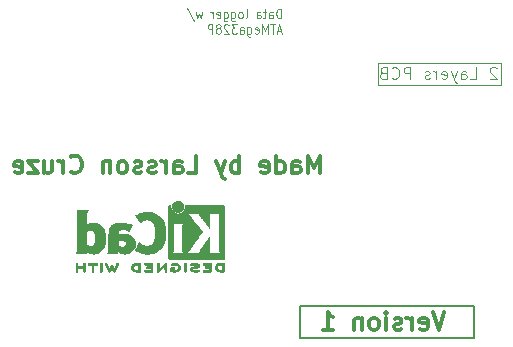
<source format=gbo>
%TF.GenerationSoftware,KiCad,Pcbnew,9.0.2*%
%TF.CreationDate,2025-08-31T01:54:14-04:00*%
%TF.ProjectId,MCU_Datalogger,4d43555f-4461-4746-916c-6f676765722e,1*%
%TF.SameCoordinates,Original*%
%TF.FileFunction,Legend,Bot*%
%TF.FilePolarity,Positive*%
%FSLAX46Y46*%
G04 Gerber Fmt 4.6, Leading zero omitted, Abs format (unit mm)*
G04 Created by KiCad (PCBNEW 9.0.2) date 2025-08-31 01:54:14*
%MOMM*%
%LPD*%
G01*
G04 APERTURE LIST*
%ADD10C,0.100000*%
%ADD11C,0.300000*%
%ADD12C,0.200000*%
%ADD13C,0.010000*%
G04 APERTURE END LIST*
D10*
X128837500Y-113525000D02*
X139212500Y-113525000D01*
X139212500Y-115325000D01*
X128837500Y-115325000D01*
X128837500Y-113525000D01*
X138843734Y-113942657D02*
X138796115Y-113895038D01*
X138796115Y-113895038D02*
X138700877Y-113847419D01*
X138700877Y-113847419D02*
X138462782Y-113847419D01*
X138462782Y-113847419D02*
X138367544Y-113895038D01*
X138367544Y-113895038D02*
X138319925Y-113942657D01*
X138319925Y-113942657D02*
X138272306Y-114037895D01*
X138272306Y-114037895D02*
X138272306Y-114133133D01*
X138272306Y-114133133D02*
X138319925Y-114275990D01*
X138319925Y-114275990D02*
X138891353Y-114847419D01*
X138891353Y-114847419D02*
X138272306Y-114847419D01*
X136605639Y-114847419D02*
X137081829Y-114847419D01*
X137081829Y-114847419D02*
X137081829Y-113847419D01*
X135843734Y-114847419D02*
X135843734Y-114323609D01*
X135843734Y-114323609D02*
X135891353Y-114228371D01*
X135891353Y-114228371D02*
X135986591Y-114180752D01*
X135986591Y-114180752D02*
X136177067Y-114180752D01*
X136177067Y-114180752D02*
X136272305Y-114228371D01*
X135843734Y-114799800D02*
X135938972Y-114847419D01*
X135938972Y-114847419D02*
X136177067Y-114847419D01*
X136177067Y-114847419D02*
X136272305Y-114799800D01*
X136272305Y-114799800D02*
X136319924Y-114704561D01*
X136319924Y-114704561D02*
X136319924Y-114609323D01*
X136319924Y-114609323D02*
X136272305Y-114514085D01*
X136272305Y-114514085D02*
X136177067Y-114466466D01*
X136177067Y-114466466D02*
X135938972Y-114466466D01*
X135938972Y-114466466D02*
X135843734Y-114418847D01*
X135462781Y-114180752D02*
X135224686Y-114847419D01*
X134986591Y-114180752D02*
X135224686Y-114847419D01*
X135224686Y-114847419D02*
X135319924Y-115085514D01*
X135319924Y-115085514D02*
X135367543Y-115133133D01*
X135367543Y-115133133D02*
X135462781Y-115180752D01*
X134224686Y-114799800D02*
X134319924Y-114847419D01*
X134319924Y-114847419D02*
X134510400Y-114847419D01*
X134510400Y-114847419D02*
X134605638Y-114799800D01*
X134605638Y-114799800D02*
X134653257Y-114704561D01*
X134653257Y-114704561D02*
X134653257Y-114323609D01*
X134653257Y-114323609D02*
X134605638Y-114228371D01*
X134605638Y-114228371D02*
X134510400Y-114180752D01*
X134510400Y-114180752D02*
X134319924Y-114180752D01*
X134319924Y-114180752D02*
X134224686Y-114228371D01*
X134224686Y-114228371D02*
X134177067Y-114323609D01*
X134177067Y-114323609D02*
X134177067Y-114418847D01*
X134177067Y-114418847D02*
X134653257Y-114514085D01*
X133748495Y-114847419D02*
X133748495Y-114180752D01*
X133748495Y-114371228D02*
X133700876Y-114275990D01*
X133700876Y-114275990D02*
X133653257Y-114228371D01*
X133653257Y-114228371D02*
X133558019Y-114180752D01*
X133558019Y-114180752D02*
X133462781Y-114180752D01*
X133177066Y-114799800D02*
X133081828Y-114847419D01*
X133081828Y-114847419D02*
X132891352Y-114847419D01*
X132891352Y-114847419D02*
X132796114Y-114799800D01*
X132796114Y-114799800D02*
X132748495Y-114704561D01*
X132748495Y-114704561D02*
X132748495Y-114656942D01*
X132748495Y-114656942D02*
X132796114Y-114561704D01*
X132796114Y-114561704D02*
X132891352Y-114514085D01*
X132891352Y-114514085D02*
X133034209Y-114514085D01*
X133034209Y-114514085D02*
X133129447Y-114466466D01*
X133129447Y-114466466D02*
X133177066Y-114371228D01*
X133177066Y-114371228D02*
X133177066Y-114323609D01*
X133177066Y-114323609D02*
X133129447Y-114228371D01*
X133129447Y-114228371D02*
X133034209Y-114180752D01*
X133034209Y-114180752D02*
X132891352Y-114180752D01*
X132891352Y-114180752D02*
X132796114Y-114228371D01*
X131558018Y-114847419D02*
X131558018Y-113847419D01*
X131558018Y-113847419D02*
X131177066Y-113847419D01*
X131177066Y-113847419D02*
X131081828Y-113895038D01*
X131081828Y-113895038D02*
X131034209Y-113942657D01*
X131034209Y-113942657D02*
X130986590Y-114037895D01*
X130986590Y-114037895D02*
X130986590Y-114180752D01*
X130986590Y-114180752D02*
X131034209Y-114275990D01*
X131034209Y-114275990D02*
X131081828Y-114323609D01*
X131081828Y-114323609D02*
X131177066Y-114371228D01*
X131177066Y-114371228D02*
X131558018Y-114371228D01*
X129986590Y-114752180D02*
X130034209Y-114799800D01*
X130034209Y-114799800D02*
X130177066Y-114847419D01*
X130177066Y-114847419D02*
X130272304Y-114847419D01*
X130272304Y-114847419D02*
X130415161Y-114799800D01*
X130415161Y-114799800D02*
X130510399Y-114704561D01*
X130510399Y-114704561D02*
X130558018Y-114609323D01*
X130558018Y-114609323D02*
X130605637Y-114418847D01*
X130605637Y-114418847D02*
X130605637Y-114275990D01*
X130605637Y-114275990D02*
X130558018Y-114085514D01*
X130558018Y-114085514D02*
X130510399Y-113990276D01*
X130510399Y-113990276D02*
X130415161Y-113895038D01*
X130415161Y-113895038D02*
X130272304Y-113847419D01*
X130272304Y-113847419D02*
X130177066Y-113847419D01*
X130177066Y-113847419D02*
X130034209Y-113895038D01*
X130034209Y-113895038D02*
X129986590Y-113942657D01*
X129224685Y-114323609D02*
X129081828Y-114371228D01*
X129081828Y-114371228D02*
X129034209Y-114418847D01*
X129034209Y-114418847D02*
X128986590Y-114514085D01*
X128986590Y-114514085D02*
X128986590Y-114656942D01*
X128986590Y-114656942D02*
X129034209Y-114752180D01*
X129034209Y-114752180D02*
X129081828Y-114799800D01*
X129081828Y-114799800D02*
X129177066Y-114847419D01*
X129177066Y-114847419D02*
X129558018Y-114847419D01*
X129558018Y-114847419D02*
X129558018Y-113847419D01*
X129558018Y-113847419D02*
X129224685Y-113847419D01*
X129224685Y-113847419D02*
X129129447Y-113895038D01*
X129129447Y-113895038D02*
X129081828Y-113942657D01*
X129081828Y-113942657D02*
X129034209Y-114037895D01*
X129034209Y-114037895D02*
X129034209Y-114133133D01*
X129034209Y-114133133D02*
X129081828Y-114228371D01*
X129081828Y-114228371D02*
X129129447Y-114275990D01*
X129129447Y-114275990D02*
X129224685Y-114323609D01*
X129224685Y-114323609D02*
X129558018Y-114323609D01*
X120592544Y-109708940D02*
X120592544Y-108908940D01*
X120592544Y-108908940D02*
X120425877Y-108908940D01*
X120425877Y-108908940D02*
X120325877Y-108947035D01*
X120325877Y-108947035D02*
X120259211Y-109023225D01*
X120259211Y-109023225D02*
X120225877Y-109099416D01*
X120225877Y-109099416D02*
X120192544Y-109251797D01*
X120192544Y-109251797D02*
X120192544Y-109366083D01*
X120192544Y-109366083D02*
X120225877Y-109518464D01*
X120225877Y-109518464D02*
X120259211Y-109594654D01*
X120259211Y-109594654D02*
X120325877Y-109670845D01*
X120325877Y-109670845D02*
X120425877Y-109708940D01*
X120425877Y-109708940D02*
X120592544Y-109708940D01*
X119592544Y-109708940D02*
X119592544Y-109289892D01*
X119592544Y-109289892D02*
X119625877Y-109213702D01*
X119625877Y-109213702D02*
X119692544Y-109175606D01*
X119692544Y-109175606D02*
X119825877Y-109175606D01*
X119825877Y-109175606D02*
X119892544Y-109213702D01*
X119592544Y-109670845D02*
X119659211Y-109708940D01*
X119659211Y-109708940D02*
X119825877Y-109708940D01*
X119825877Y-109708940D02*
X119892544Y-109670845D01*
X119892544Y-109670845D02*
X119925877Y-109594654D01*
X119925877Y-109594654D02*
X119925877Y-109518464D01*
X119925877Y-109518464D02*
X119892544Y-109442273D01*
X119892544Y-109442273D02*
X119825877Y-109404178D01*
X119825877Y-109404178D02*
X119659211Y-109404178D01*
X119659211Y-109404178D02*
X119592544Y-109366083D01*
X119359211Y-109175606D02*
X119092544Y-109175606D01*
X119259211Y-108908940D02*
X119259211Y-109594654D01*
X119259211Y-109594654D02*
X119225878Y-109670845D01*
X119225878Y-109670845D02*
X119159211Y-109708940D01*
X119159211Y-109708940D02*
X119092544Y-109708940D01*
X118559211Y-109708940D02*
X118559211Y-109289892D01*
X118559211Y-109289892D02*
X118592544Y-109213702D01*
X118592544Y-109213702D02*
X118659211Y-109175606D01*
X118659211Y-109175606D02*
X118792544Y-109175606D01*
X118792544Y-109175606D02*
X118859211Y-109213702D01*
X118559211Y-109670845D02*
X118625878Y-109708940D01*
X118625878Y-109708940D02*
X118792544Y-109708940D01*
X118792544Y-109708940D02*
X118859211Y-109670845D01*
X118859211Y-109670845D02*
X118892544Y-109594654D01*
X118892544Y-109594654D02*
X118892544Y-109518464D01*
X118892544Y-109518464D02*
X118859211Y-109442273D01*
X118859211Y-109442273D02*
X118792544Y-109404178D01*
X118792544Y-109404178D02*
X118625878Y-109404178D01*
X118625878Y-109404178D02*
X118559211Y-109366083D01*
X117592545Y-109708940D02*
X117659212Y-109670845D01*
X117659212Y-109670845D02*
X117692545Y-109594654D01*
X117692545Y-109594654D02*
X117692545Y-108908940D01*
X117225878Y-109708940D02*
X117292545Y-109670845D01*
X117292545Y-109670845D02*
X117325878Y-109632749D01*
X117325878Y-109632749D02*
X117359211Y-109556559D01*
X117359211Y-109556559D02*
X117359211Y-109327987D01*
X117359211Y-109327987D02*
X117325878Y-109251797D01*
X117325878Y-109251797D02*
X117292545Y-109213702D01*
X117292545Y-109213702D02*
X117225878Y-109175606D01*
X117225878Y-109175606D02*
X117125878Y-109175606D01*
X117125878Y-109175606D02*
X117059211Y-109213702D01*
X117059211Y-109213702D02*
X117025878Y-109251797D01*
X117025878Y-109251797D02*
X116992545Y-109327987D01*
X116992545Y-109327987D02*
X116992545Y-109556559D01*
X116992545Y-109556559D02*
X117025878Y-109632749D01*
X117025878Y-109632749D02*
X117059211Y-109670845D01*
X117059211Y-109670845D02*
X117125878Y-109708940D01*
X117125878Y-109708940D02*
X117225878Y-109708940D01*
X116392545Y-109175606D02*
X116392545Y-109823225D01*
X116392545Y-109823225D02*
X116425878Y-109899416D01*
X116425878Y-109899416D02*
X116459212Y-109937511D01*
X116459212Y-109937511D02*
X116525878Y-109975606D01*
X116525878Y-109975606D02*
X116625878Y-109975606D01*
X116625878Y-109975606D02*
X116692545Y-109937511D01*
X116392545Y-109670845D02*
X116459212Y-109708940D01*
X116459212Y-109708940D02*
X116592545Y-109708940D01*
X116592545Y-109708940D02*
X116659212Y-109670845D01*
X116659212Y-109670845D02*
X116692545Y-109632749D01*
X116692545Y-109632749D02*
X116725878Y-109556559D01*
X116725878Y-109556559D02*
X116725878Y-109327987D01*
X116725878Y-109327987D02*
X116692545Y-109251797D01*
X116692545Y-109251797D02*
X116659212Y-109213702D01*
X116659212Y-109213702D02*
X116592545Y-109175606D01*
X116592545Y-109175606D02*
X116459212Y-109175606D01*
X116459212Y-109175606D02*
X116392545Y-109213702D01*
X115759212Y-109175606D02*
X115759212Y-109823225D01*
X115759212Y-109823225D02*
X115792545Y-109899416D01*
X115792545Y-109899416D02*
X115825879Y-109937511D01*
X115825879Y-109937511D02*
X115892545Y-109975606D01*
X115892545Y-109975606D02*
X115992545Y-109975606D01*
X115992545Y-109975606D02*
X116059212Y-109937511D01*
X115759212Y-109670845D02*
X115825879Y-109708940D01*
X115825879Y-109708940D02*
X115959212Y-109708940D01*
X115959212Y-109708940D02*
X116025879Y-109670845D01*
X116025879Y-109670845D02*
X116059212Y-109632749D01*
X116059212Y-109632749D02*
X116092545Y-109556559D01*
X116092545Y-109556559D02*
X116092545Y-109327987D01*
X116092545Y-109327987D02*
X116059212Y-109251797D01*
X116059212Y-109251797D02*
X116025879Y-109213702D01*
X116025879Y-109213702D02*
X115959212Y-109175606D01*
X115959212Y-109175606D02*
X115825879Y-109175606D01*
X115825879Y-109175606D02*
X115759212Y-109213702D01*
X115159212Y-109670845D02*
X115225879Y-109708940D01*
X115225879Y-109708940D02*
X115359212Y-109708940D01*
X115359212Y-109708940D02*
X115425879Y-109670845D01*
X115425879Y-109670845D02*
X115459212Y-109594654D01*
X115459212Y-109594654D02*
X115459212Y-109289892D01*
X115459212Y-109289892D02*
X115425879Y-109213702D01*
X115425879Y-109213702D02*
X115359212Y-109175606D01*
X115359212Y-109175606D02*
X115225879Y-109175606D01*
X115225879Y-109175606D02*
X115159212Y-109213702D01*
X115159212Y-109213702D02*
X115125879Y-109289892D01*
X115125879Y-109289892D02*
X115125879Y-109366083D01*
X115125879Y-109366083D02*
X115459212Y-109442273D01*
X114825879Y-109708940D02*
X114825879Y-109175606D01*
X114825879Y-109327987D02*
X114792546Y-109251797D01*
X114792546Y-109251797D02*
X114759212Y-109213702D01*
X114759212Y-109213702D02*
X114692546Y-109175606D01*
X114692546Y-109175606D02*
X114625879Y-109175606D01*
X113925880Y-109175606D02*
X113792546Y-109708940D01*
X113792546Y-109708940D02*
X113659213Y-109327987D01*
X113659213Y-109327987D02*
X113525880Y-109708940D01*
X113525880Y-109708940D02*
X113392546Y-109175606D01*
X112625880Y-108870845D02*
X113225880Y-109899416D01*
X120625877Y-110768323D02*
X120292544Y-110768323D01*
X120692544Y-110996895D02*
X120459211Y-110196895D01*
X120459211Y-110196895D02*
X120225877Y-110996895D01*
X120092544Y-110196895D02*
X119692544Y-110196895D01*
X119892544Y-110996895D02*
X119892544Y-110196895D01*
X119459211Y-110996895D02*
X119459211Y-110196895D01*
X119459211Y-110196895D02*
X119225878Y-110768323D01*
X119225878Y-110768323D02*
X118992544Y-110196895D01*
X118992544Y-110196895D02*
X118992544Y-110996895D01*
X118392544Y-110958800D02*
X118459211Y-110996895D01*
X118459211Y-110996895D02*
X118592544Y-110996895D01*
X118592544Y-110996895D02*
X118659211Y-110958800D01*
X118659211Y-110958800D02*
X118692544Y-110882609D01*
X118692544Y-110882609D02*
X118692544Y-110577847D01*
X118692544Y-110577847D02*
X118659211Y-110501657D01*
X118659211Y-110501657D02*
X118592544Y-110463561D01*
X118592544Y-110463561D02*
X118459211Y-110463561D01*
X118459211Y-110463561D02*
X118392544Y-110501657D01*
X118392544Y-110501657D02*
X118359211Y-110577847D01*
X118359211Y-110577847D02*
X118359211Y-110654038D01*
X118359211Y-110654038D02*
X118692544Y-110730228D01*
X117759211Y-110463561D02*
X117759211Y-111111180D01*
X117759211Y-111111180D02*
X117792544Y-111187371D01*
X117792544Y-111187371D02*
X117825878Y-111225466D01*
X117825878Y-111225466D02*
X117892544Y-111263561D01*
X117892544Y-111263561D02*
X117992544Y-111263561D01*
X117992544Y-111263561D02*
X118059211Y-111225466D01*
X117759211Y-110958800D02*
X117825878Y-110996895D01*
X117825878Y-110996895D02*
X117959211Y-110996895D01*
X117959211Y-110996895D02*
X118025878Y-110958800D01*
X118025878Y-110958800D02*
X118059211Y-110920704D01*
X118059211Y-110920704D02*
X118092544Y-110844514D01*
X118092544Y-110844514D02*
X118092544Y-110615942D01*
X118092544Y-110615942D02*
X118059211Y-110539752D01*
X118059211Y-110539752D02*
X118025878Y-110501657D01*
X118025878Y-110501657D02*
X117959211Y-110463561D01*
X117959211Y-110463561D02*
X117825878Y-110463561D01*
X117825878Y-110463561D02*
X117759211Y-110501657D01*
X117125878Y-110996895D02*
X117125878Y-110577847D01*
X117125878Y-110577847D02*
X117159211Y-110501657D01*
X117159211Y-110501657D02*
X117225878Y-110463561D01*
X117225878Y-110463561D02*
X117359211Y-110463561D01*
X117359211Y-110463561D02*
X117425878Y-110501657D01*
X117125878Y-110958800D02*
X117192545Y-110996895D01*
X117192545Y-110996895D02*
X117359211Y-110996895D01*
X117359211Y-110996895D02*
X117425878Y-110958800D01*
X117425878Y-110958800D02*
X117459211Y-110882609D01*
X117459211Y-110882609D02*
X117459211Y-110806419D01*
X117459211Y-110806419D02*
X117425878Y-110730228D01*
X117425878Y-110730228D02*
X117359211Y-110692133D01*
X117359211Y-110692133D02*
X117192545Y-110692133D01*
X117192545Y-110692133D02*
X117125878Y-110654038D01*
X116859212Y-110196895D02*
X116425878Y-110196895D01*
X116425878Y-110196895D02*
X116659212Y-110501657D01*
X116659212Y-110501657D02*
X116559212Y-110501657D01*
X116559212Y-110501657D02*
X116492545Y-110539752D01*
X116492545Y-110539752D02*
X116459212Y-110577847D01*
X116459212Y-110577847D02*
X116425878Y-110654038D01*
X116425878Y-110654038D02*
X116425878Y-110844514D01*
X116425878Y-110844514D02*
X116459212Y-110920704D01*
X116459212Y-110920704D02*
X116492545Y-110958800D01*
X116492545Y-110958800D02*
X116559212Y-110996895D01*
X116559212Y-110996895D02*
X116759212Y-110996895D01*
X116759212Y-110996895D02*
X116825878Y-110958800D01*
X116825878Y-110958800D02*
X116859212Y-110920704D01*
X116159211Y-110273085D02*
X116125878Y-110234990D01*
X116125878Y-110234990D02*
X116059211Y-110196895D01*
X116059211Y-110196895D02*
X115892545Y-110196895D01*
X115892545Y-110196895D02*
X115825878Y-110234990D01*
X115825878Y-110234990D02*
X115792545Y-110273085D01*
X115792545Y-110273085D02*
X115759211Y-110349276D01*
X115759211Y-110349276D02*
X115759211Y-110425466D01*
X115759211Y-110425466D02*
X115792545Y-110539752D01*
X115792545Y-110539752D02*
X116192545Y-110996895D01*
X116192545Y-110996895D02*
X115759211Y-110996895D01*
X115359211Y-110539752D02*
X115425878Y-110501657D01*
X115425878Y-110501657D02*
X115459211Y-110463561D01*
X115459211Y-110463561D02*
X115492544Y-110387371D01*
X115492544Y-110387371D02*
X115492544Y-110349276D01*
X115492544Y-110349276D02*
X115459211Y-110273085D01*
X115459211Y-110273085D02*
X115425878Y-110234990D01*
X115425878Y-110234990D02*
X115359211Y-110196895D01*
X115359211Y-110196895D02*
X115225878Y-110196895D01*
X115225878Y-110196895D02*
X115159211Y-110234990D01*
X115159211Y-110234990D02*
X115125878Y-110273085D01*
X115125878Y-110273085D02*
X115092544Y-110349276D01*
X115092544Y-110349276D02*
X115092544Y-110387371D01*
X115092544Y-110387371D02*
X115125878Y-110463561D01*
X115125878Y-110463561D02*
X115159211Y-110501657D01*
X115159211Y-110501657D02*
X115225878Y-110539752D01*
X115225878Y-110539752D02*
X115359211Y-110539752D01*
X115359211Y-110539752D02*
X115425878Y-110577847D01*
X115425878Y-110577847D02*
X115459211Y-110615942D01*
X115459211Y-110615942D02*
X115492544Y-110692133D01*
X115492544Y-110692133D02*
X115492544Y-110844514D01*
X115492544Y-110844514D02*
X115459211Y-110920704D01*
X115459211Y-110920704D02*
X115425878Y-110958800D01*
X115425878Y-110958800D02*
X115359211Y-110996895D01*
X115359211Y-110996895D02*
X115225878Y-110996895D01*
X115225878Y-110996895D02*
X115159211Y-110958800D01*
X115159211Y-110958800D02*
X115125878Y-110920704D01*
X115125878Y-110920704D02*
X115092544Y-110844514D01*
X115092544Y-110844514D02*
X115092544Y-110692133D01*
X115092544Y-110692133D02*
X115125878Y-110615942D01*
X115125878Y-110615942D02*
X115159211Y-110577847D01*
X115159211Y-110577847D02*
X115225878Y-110539752D01*
X114792544Y-110996895D02*
X114792544Y-110196895D01*
X114792544Y-110196895D02*
X114525877Y-110196895D01*
X114525877Y-110196895D02*
X114459211Y-110234990D01*
X114459211Y-110234990D02*
X114425877Y-110273085D01*
X114425877Y-110273085D02*
X114392544Y-110349276D01*
X114392544Y-110349276D02*
X114392544Y-110463561D01*
X114392544Y-110463561D02*
X114425877Y-110539752D01*
X114425877Y-110539752D02*
X114459211Y-110577847D01*
X114459211Y-110577847D02*
X114525877Y-110615942D01*
X114525877Y-110615942D02*
X114792544Y-110615942D01*
D11*
X123920489Y-122825828D02*
X123920489Y-121325828D01*
X123920489Y-121325828D02*
X123420489Y-122397257D01*
X123420489Y-122397257D02*
X122920489Y-121325828D01*
X122920489Y-121325828D02*
X122920489Y-122825828D01*
X121563346Y-122825828D02*
X121563346Y-122040114D01*
X121563346Y-122040114D02*
X121634774Y-121897257D01*
X121634774Y-121897257D02*
X121777631Y-121825828D01*
X121777631Y-121825828D02*
X122063346Y-121825828D01*
X122063346Y-121825828D02*
X122206203Y-121897257D01*
X121563346Y-122754400D02*
X121706203Y-122825828D01*
X121706203Y-122825828D02*
X122063346Y-122825828D01*
X122063346Y-122825828D02*
X122206203Y-122754400D01*
X122206203Y-122754400D02*
X122277631Y-122611542D01*
X122277631Y-122611542D02*
X122277631Y-122468685D01*
X122277631Y-122468685D02*
X122206203Y-122325828D01*
X122206203Y-122325828D02*
X122063346Y-122254400D01*
X122063346Y-122254400D02*
X121706203Y-122254400D01*
X121706203Y-122254400D02*
X121563346Y-122182971D01*
X120206203Y-122825828D02*
X120206203Y-121325828D01*
X120206203Y-122754400D02*
X120349060Y-122825828D01*
X120349060Y-122825828D02*
X120634774Y-122825828D01*
X120634774Y-122825828D02*
X120777631Y-122754400D01*
X120777631Y-122754400D02*
X120849060Y-122682971D01*
X120849060Y-122682971D02*
X120920488Y-122540114D01*
X120920488Y-122540114D02*
X120920488Y-122111542D01*
X120920488Y-122111542D02*
X120849060Y-121968685D01*
X120849060Y-121968685D02*
X120777631Y-121897257D01*
X120777631Y-121897257D02*
X120634774Y-121825828D01*
X120634774Y-121825828D02*
X120349060Y-121825828D01*
X120349060Y-121825828D02*
X120206203Y-121897257D01*
X118920488Y-122754400D02*
X119063345Y-122825828D01*
X119063345Y-122825828D02*
X119349060Y-122825828D01*
X119349060Y-122825828D02*
X119491917Y-122754400D01*
X119491917Y-122754400D02*
X119563345Y-122611542D01*
X119563345Y-122611542D02*
X119563345Y-122040114D01*
X119563345Y-122040114D02*
X119491917Y-121897257D01*
X119491917Y-121897257D02*
X119349060Y-121825828D01*
X119349060Y-121825828D02*
X119063345Y-121825828D01*
X119063345Y-121825828D02*
X118920488Y-121897257D01*
X118920488Y-121897257D02*
X118849060Y-122040114D01*
X118849060Y-122040114D02*
X118849060Y-122182971D01*
X118849060Y-122182971D02*
X119563345Y-122325828D01*
X117063346Y-122825828D02*
X117063346Y-121325828D01*
X117063346Y-121897257D02*
X116920489Y-121825828D01*
X116920489Y-121825828D02*
X116634774Y-121825828D01*
X116634774Y-121825828D02*
X116491917Y-121897257D01*
X116491917Y-121897257D02*
X116420489Y-121968685D01*
X116420489Y-121968685D02*
X116349060Y-122111542D01*
X116349060Y-122111542D02*
X116349060Y-122540114D01*
X116349060Y-122540114D02*
X116420489Y-122682971D01*
X116420489Y-122682971D02*
X116491917Y-122754400D01*
X116491917Y-122754400D02*
X116634774Y-122825828D01*
X116634774Y-122825828D02*
X116920489Y-122825828D01*
X116920489Y-122825828D02*
X117063346Y-122754400D01*
X115849060Y-121825828D02*
X115491917Y-122825828D01*
X115134774Y-121825828D02*
X115491917Y-122825828D01*
X115491917Y-122825828D02*
X115634774Y-123182971D01*
X115634774Y-123182971D02*
X115706203Y-123254400D01*
X115706203Y-123254400D02*
X115849060Y-123325828D01*
X112706203Y-122825828D02*
X113420489Y-122825828D01*
X113420489Y-122825828D02*
X113420489Y-121325828D01*
X111563346Y-122825828D02*
X111563346Y-122040114D01*
X111563346Y-122040114D02*
X111634774Y-121897257D01*
X111634774Y-121897257D02*
X111777631Y-121825828D01*
X111777631Y-121825828D02*
X112063346Y-121825828D01*
X112063346Y-121825828D02*
X112206203Y-121897257D01*
X111563346Y-122754400D02*
X111706203Y-122825828D01*
X111706203Y-122825828D02*
X112063346Y-122825828D01*
X112063346Y-122825828D02*
X112206203Y-122754400D01*
X112206203Y-122754400D02*
X112277631Y-122611542D01*
X112277631Y-122611542D02*
X112277631Y-122468685D01*
X112277631Y-122468685D02*
X112206203Y-122325828D01*
X112206203Y-122325828D02*
X112063346Y-122254400D01*
X112063346Y-122254400D02*
X111706203Y-122254400D01*
X111706203Y-122254400D02*
X111563346Y-122182971D01*
X110849060Y-122825828D02*
X110849060Y-121825828D01*
X110849060Y-122111542D02*
X110777631Y-121968685D01*
X110777631Y-121968685D02*
X110706203Y-121897257D01*
X110706203Y-121897257D02*
X110563345Y-121825828D01*
X110563345Y-121825828D02*
X110420488Y-121825828D01*
X109991917Y-122754400D02*
X109849060Y-122825828D01*
X109849060Y-122825828D02*
X109563346Y-122825828D01*
X109563346Y-122825828D02*
X109420489Y-122754400D01*
X109420489Y-122754400D02*
X109349060Y-122611542D01*
X109349060Y-122611542D02*
X109349060Y-122540114D01*
X109349060Y-122540114D02*
X109420489Y-122397257D01*
X109420489Y-122397257D02*
X109563346Y-122325828D01*
X109563346Y-122325828D02*
X109777632Y-122325828D01*
X109777632Y-122325828D02*
X109920489Y-122254400D01*
X109920489Y-122254400D02*
X109991917Y-122111542D01*
X109991917Y-122111542D02*
X109991917Y-122040114D01*
X109991917Y-122040114D02*
X109920489Y-121897257D01*
X109920489Y-121897257D02*
X109777632Y-121825828D01*
X109777632Y-121825828D02*
X109563346Y-121825828D01*
X109563346Y-121825828D02*
X109420489Y-121897257D01*
X108777631Y-122754400D02*
X108634774Y-122825828D01*
X108634774Y-122825828D02*
X108349060Y-122825828D01*
X108349060Y-122825828D02*
X108206203Y-122754400D01*
X108206203Y-122754400D02*
X108134774Y-122611542D01*
X108134774Y-122611542D02*
X108134774Y-122540114D01*
X108134774Y-122540114D02*
X108206203Y-122397257D01*
X108206203Y-122397257D02*
X108349060Y-122325828D01*
X108349060Y-122325828D02*
X108563346Y-122325828D01*
X108563346Y-122325828D02*
X108706203Y-122254400D01*
X108706203Y-122254400D02*
X108777631Y-122111542D01*
X108777631Y-122111542D02*
X108777631Y-122040114D01*
X108777631Y-122040114D02*
X108706203Y-121897257D01*
X108706203Y-121897257D02*
X108563346Y-121825828D01*
X108563346Y-121825828D02*
X108349060Y-121825828D01*
X108349060Y-121825828D02*
X108206203Y-121897257D01*
X107277631Y-122825828D02*
X107420488Y-122754400D01*
X107420488Y-122754400D02*
X107491917Y-122682971D01*
X107491917Y-122682971D02*
X107563345Y-122540114D01*
X107563345Y-122540114D02*
X107563345Y-122111542D01*
X107563345Y-122111542D02*
X107491917Y-121968685D01*
X107491917Y-121968685D02*
X107420488Y-121897257D01*
X107420488Y-121897257D02*
X107277631Y-121825828D01*
X107277631Y-121825828D02*
X107063345Y-121825828D01*
X107063345Y-121825828D02*
X106920488Y-121897257D01*
X106920488Y-121897257D02*
X106849060Y-121968685D01*
X106849060Y-121968685D02*
X106777631Y-122111542D01*
X106777631Y-122111542D02*
X106777631Y-122540114D01*
X106777631Y-122540114D02*
X106849060Y-122682971D01*
X106849060Y-122682971D02*
X106920488Y-122754400D01*
X106920488Y-122754400D02*
X107063345Y-122825828D01*
X107063345Y-122825828D02*
X107277631Y-122825828D01*
X106134774Y-121825828D02*
X106134774Y-122825828D01*
X106134774Y-121968685D02*
X106063345Y-121897257D01*
X106063345Y-121897257D02*
X105920488Y-121825828D01*
X105920488Y-121825828D02*
X105706202Y-121825828D01*
X105706202Y-121825828D02*
X105563345Y-121897257D01*
X105563345Y-121897257D02*
X105491917Y-122040114D01*
X105491917Y-122040114D02*
X105491917Y-122825828D01*
X102777631Y-122682971D02*
X102849059Y-122754400D01*
X102849059Y-122754400D02*
X103063345Y-122825828D01*
X103063345Y-122825828D02*
X103206202Y-122825828D01*
X103206202Y-122825828D02*
X103420488Y-122754400D01*
X103420488Y-122754400D02*
X103563345Y-122611542D01*
X103563345Y-122611542D02*
X103634774Y-122468685D01*
X103634774Y-122468685D02*
X103706202Y-122182971D01*
X103706202Y-122182971D02*
X103706202Y-121968685D01*
X103706202Y-121968685D02*
X103634774Y-121682971D01*
X103634774Y-121682971D02*
X103563345Y-121540114D01*
X103563345Y-121540114D02*
X103420488Y-121397257D01*
X103420488Y-121397257D02*
X103206202Y-121325828D01*
X103206202Y-121325828D02*
X103063345Y-121325828D01*
X103063345Y-121325828D02*
X102849059Y-121397257D01*
X102849059Y-121397257D02*
X102777631Y-121468685D01*
X102134774Y-122825828D02*
X102134774Y-121825828D01*
X102134774Y-122111542D02*
X102063345Y-121968685D01*
X102063345Y-121968685D02*
X101991917Y-121897257D01*
X101991917Y-121897257D02*
X101849059Y-121825828D01*
X101849059Y-121825828D02*
X101706202Y-121825828D01*
X100563346Y-121825828D02*
X100563346Y-122825828D01*
X101206203Y-121825828D02*
X101206203Y-122611542D01*
X101206203Y-122611542D02*
X101134774Y-122754400D01*
X101134774Y-122754400D02*
X100991917Y-122825828D01*
X100991917Y-122825828D02*
X100777631Y-122825828D01*
X100777631Y-122825828D02*
X100634774Y-122754400D01*
X100634774Y-122754400D02*
X100563346Y-122682971D01*
X99991917Y-121825828D02*
X99206203Y-121825828D01*
X99206203Y-121825828D02*
X99991917Y-122825828D01*
X99991917Y-122825828D02*
X99206203Y-122825828D01*
X98063345Y-122754400D02*
X98206202Y-122825828D01*
X98206202Y-122825828D02*
X98491917Y-122825828D01*
X98491917Y-122825828D02*
X98634774Y-122754400D01*
X98634774Y-122754400D02*
X98706202Y-122611542D01*
X98706202Y-122611542D02*
X98706202Y-122040114D01*
X98706202Y-122040114D02*
X98634774Y-121897257D01*
X98634774Y-121897257D02*
X98491917Y-121825828D01*
X98491917Y-121825828D02*
X98206202Y-121825828D01*
X98206202Y-121825828D02*
X98063345Y-121897257D01*
X98063345Y-121897257D02*
X97991917Y-122040114D01*
X97991917Y-122040114D02*
X97991917Y-122182971D01*
X97991917Y-122182971D02*
X98706202Y-122325828D01*
D12*
X122225000Y-134087500D02*
X136925000Y-134087500D01*
X136925000Y-136737500D01*
X122225000Y-136737500D01*
X122225000Y-134087500D01*
D11*
X134434774Y-134575828D02*
X133934774Y-136075828D01*
X133934774Y-136075828D02*
X133434774Y-134575828D01*
X132363346Y-136004400D02*
X132506203Y-136075828D01*
X132506203Y-136075828D02*
X132791918Y-136075828D01*
X132791918Y-136075828D02*
X132934775Y-136004400D01*
X132934775Y-136004400D02*
X133006203Y-135861542D01*
X133006203Y-135861542D02*
X133006203Y-135290114D01*
X133006203Y-135290114D02*
X132934775Y-135147257D01*
X132934775Y-135147257D02*
X132791918Y-135075828D01*
X132791918Y-135075828D02*
X132506203Y-135075828D01*
X132506203Y-135075828D02*
X132363346Y-135147257D01*
X132363346Y-135147257D02*
X132291918Y-135290114D01*
X132291918Y-135290114D02*
X132291918Y-135432971D01*
X132291918Y-135432971D02*
X133006203Y-135575828D01*
X131649061Y-136075828D02*
X131649061Y-135075828D01*
X131649061Y-135361542D02*
X131577632Y-135218685D01*
X131577632Y-135218685D02*
X131506204Y-135147257D01*
X131506204Y-135147257D02*
X131363346Y-135075828D01*
X131363346Y-135075828D02*
X131220489Y-135075828D01*
X130791918Y-136004400D02*
X130649061Y-136075828D01*
X130649061Y-136075828D02*
X130363347Y-136075828D01*
X130363347Y-136075828D02*
X130220490Y-136004400D01*
X130220490Y-136004400D02*
X130149061Y-135861542D01*
X130149061Y-135861542D02*
X130149061Y-135790114D01*
X130149061Y-135790114D02*
X130220490Y-135647257D01*
X130220490Y-135647257D02*
X130363347Y-135575828D01*
X130363347Y-135575828D02*
X130577633Y-135575828D01*
X130577633Y-135575828D02*
X130720490Y-135504400D01*
X130720490Y-135504400D02*
X130791918Y-135361542D01*
X130791918Y-135361542D02*
X130791918Y-135290114D01*
X130791918Y-135290114D02*
X130720490Y-135147257D01*
X130720490Y-135147257D02*
X130577633Y-135075828D01*
X130577633Y-135075828D02*
X130363347Y-135075828D01*
X130363347Y-135075828D02*
X130220490Y-135147257D01*
X129506204Y-136075828D02*
X129506204Y-135075828D01*
X129506204Y-134575828D02*
X129577632Y-134647257D01*
X129577632Y-134647257D02*
X129506204Y-134718685D01*
X129506204Y-134718685D02*
X129434775Y-134647257D01*
X129434775Y-134647257D02*
X129506204Y-134575828D01*
X129506204Y-134575828D02*
X129506204Y-134718685D01*
X128577632Y-136075828D02*
X128720489Y-136004400D01*
X128720489Y-136004400D02*
X128791918Y-135932971D01*
X128791918Y-135932971D02*
X128863346Y-135790114D01*
X128863346Y-135790114D02*
X128863346Y-135361542D01*
X128863346Y-135361542D02*
X128791918Y-135218685D01*
X128791918Y-135218685D02*
X128720489Y-135147257D01*
X128720489Y-135147257D02*
X128577632Y-135075828D01*
X128577632Y-135075828D02*
X128363346Y-135075828D01*
X128363346Y-135075828D02*
X128220489Y-135147257D01*
X128220489Y-135147257D02*
X128149061Y-135218685D01*
X128149061Y-135218685D02*
X128077632Y-135361542D01*
X128077632Y-135361542D02*
X128077632Y-135790114D01*
X128077632Y-135790114D02*
X128149061Y-135932971D01*
X128149061Y-135932971D02*
X128220489Y-136004400D01*
X128220489Y-136004400D02*
X128363346Y-136075828D01*
X128363346Y-136075828D02*
X128577632Y-136075828D01*
X127434775Y-135075828D02*
X127434775Y-136075828D01*
X127434775Y-135218685D02*
X127363346Y-135147257D01*
X127363346Y-135147257D02*
X127220489Y-135075828D01*
X127220489Y-135075828D02*
X127006203Y-135075828D01*
X127006203Y-135075828D02*
X126863346Y-135147257D01*
X126863346Y-135147257D02*
X126791918Y-135290114D01*
X126791918Y-135290114D02*
X126791918Y-136075828D01*
X124149060Y-136075828D02*
X125006203Y-136075828D01*
X124577632Y-136075828D02*
X124577632Y-134575828D01*
X124577632Y-134575828D02*
X124720489Y-134790114D01*
X124720489Y-134790114D02*
X124863346Y-134932971D01*
X124863346Y-134932971D02*
X125006203Y-135004400D01*
D13*
%TO.C,REF\u002A\u002A*%
X105355406Y-130424949D02*
X105381127Y-130440647D01*
X105407778Y-130462227D01*
X105407778Y-131109684D01*
X105381127Y-131131264D01*
X105349767Y-131148739D01*
X105313966Y-131149575D01*
X105282528Y-131129082D01*
X105278652Y-131124416D01*
X105273186Y-131114949D01*
X105268979Y-131101267D01*
X105265867Y-131080748D01*
X105263687Y-131050768D01*
X105262276Y-131008704D01*
X105261471Y-130951932D01*
X105261107Y-130877830D01*
X105261022Y-130783773D01*
X105261022Y-130462227D01*
X105287673Y-130440647D01*
X105311386Y-130425877D01*
X105334400Y-130419067D01*
X105355406Y-130424949D01*
G36*
X105355406Y-130424949D02*
G01*
X105381127Y-130440647D01*
X105407778Y-130462227D01*
X105407778Y-131109684D01*
X105381127Y-131131264D01*
X105349767Y-131148739D01*
X105313966Y-131149575D01*
X105282528Y-131129082D01*
X105278652Y-131124416D01*
X105273186Y-131114949D01*
X105268979Y-131101267D01*
X105265867Y-131080748D01*
X105263687Y-131050768D01*
X105262276Y-131008704D01*
X105261471Y-130951932D01*
X105261107Y-130877830D01*
X105261022Y-130783773D01*
X105261022Y-130462227D01*
X105287673Y-130440647D01*
X105311386Y-130425877D01*
X105334400Y-130419067D01*
X105355406Y-130424949D01*
G37*
X112486137Y-130423463D02*
X112520291Y-130446776D01*
X112548000Y-130474485D01*
X112548000Y-130787537D01*
X112547959Y-130871567D01*
X112547701Y-130945789D01*
X112547030Y-131002541D01*
X112545752Y-131044512D01*
X112543673Y-131074389D01*
X112540599Y-131094861D01*
X112536334Y-131108614D01*
X112530684Y-131118337D01*
X112523455Y-131126717D01*
X112491991Y-131148181D01*
X112456826Y-131149947D01*
X112423822Y-131130267D01*
X112418516Y-131124398D01*
X112413066Y-131115314D01*
X112408900Y-131101973D01*
X112405846Y-131081757D01*
X112403732Y-131052049D01*
X112402386Y-131010232D01*
X112401638Y-130953689D01*
X112401314Y-130879802D01*
X112401245Y-130785956D01*
X112401284Y-130710294D01*
X112401539Y-130632385D01*
X112402183Y-130572375D01*
X112403387Y-130527648D01*
X112405324Y-130495585D01*
X112408164Y-130473571D01*
X112412079Y-130458987D01*
X112417242Y-130449218D01*
X112423822Y-130441645D01*
X112453006Y-130422623D01*
X112486137Y-130423463D01*
G36*
X112486137Y-130423463D02*
G01*
X112520291Y-130446776D01*
X112548000Y-130474485D01*
X112548000Y-130787537D01*
X112547959Y-130871567D01*
X112547701Y-130945789D01*
X112547030Y-131002541D01*
X112545752Y-131044512D01*
X112543673Y-131074389D01*
X112540599Y-131094861D01*
X112536334Y-131108614D01*
X112530684Y-131118337D01*
X112523455Y-131126717D01*
X112491991Y-131148181D01*
X112456826Y-131149947D01*
X112423822Y-131130267D01*
X112418516Y-131124398D01*
X112413066Y-131115314D01*
X112408900Y-131101973D01*
X112405846Y-131081757D01*
X112403732Y-131052049D01*
X112402386Y-131010232D01*
X112401638Y-130953689D01*
X112401314Y-130879802D01*
X112401245Y-130785956D01*
X112401284Y-130710294D01*
X112401539Y-130632385D01*
X112402183Y-130572375D01*
X112403387Y-130527648D01*
X112405324Y-130495585D01*
X112408164Y-130473571D01*
X112412079Y-130458987D01*
X112417242Y-130449218D01*
X112423822Y-130441645D01*
X112453006Y-130422623D01*
X112486137Y-130423463D01*
G37*
X111954562Y-125182850D02*
X112037313Y-125210053D01*
X112112406Y-125255484D01*
X112184298Y-125321302D01*
X112222846Y-125365567D01*
X112262256Y-125423961D01*
X112287446Y-125484586D01*
X112300861Y-125553865D01*
X112304948Y-125638222D01*
X112304669Y-125684307D01*
X112302460Y-125725450D01*
X112296894Y-125757582D01*
X112286586Y-125788122D01*
X112270148Y-125824489D01*
X112256200Y-125851728D01*
X112197665Y-125937429D01*
X112125619Y-126006617D01*
X112041947Y-126057741D01*
X111948531Y-126089250D01*
X111915434Y-126096225D01*
X111874960Y-126103094D01*
X111841999Y-126104919D01*
X111807698Y-126101947D01*
X111763200Y-126094426D01*
X111711934Y-126082002D01*
X111621434Y-126044112D01*
X111542345Y-125989836D01*
X111476528Y-125921770D01*
X111425840Y-125842511D01*
X111392140Y-125754654D01*
X111377286Y-125660795D01*
X111383136Y-125563530D01*
X111409399Y-125467220D01*
X111454418Y-125378494D01*
X111515373Y-125303419D01*
X111590184Y-125243641D01*
X111676768Y-125200809D01*
X111773043Y-125176571D01*
X111876928Y-125172576D01*
X111954562Y-125182850D01*
G36*
X111954562Y-125182850D02*
G01*
X112037313Y-125210053D01*
X112112406Y-125255484D01*
X112184298Y-125321302D01*
X112222846Y-125365567D01*
X112262256Y-125423961D01*
X112287446Y-125484586D01*
X112300861Y-125553865D01*
X112304948Y-125638222D01*
X112304669Y-125684307D01*
X112302460Y-125725450D01*
X112296894Y-125757582D01*
X112286586Y-125788122D01*
X112270148Y-125824489D01*
X112256200Y-125851728D01*
X112197665Y-125937429D01*
X112125619Y-126006617D01*
X112041947Y-126057741D01*
X111948531Y-126089250D01*
X111915434Y-126096225D01*
X111874960Y-126103094D01*
X111841999Y-126104919D01*
X111807698Y-126101947D01*
X111763200Y-126094426D01*
X111711934Y-126082002D01*
X111621434Y-126044112D01*
X111542345Y-125989836D01*
X111476528Y-125921770D01*
X111425840Y-125842511D01*
X111392140Y-125754654D01*
X111377286Y-125660795D01*
X111383136Y-125563530D01*
X111409399Y-125467220D01*
X111454418Y-125378494D01*
X111515373Y-125303419D01*
X111590184Y-125243641D01*
X111676768Y-125200809D01*
X111773043Y-125176571D01*
X111876928Y-125172576D01*
X111954562Y-125182850D01*
G37*
X104655767Y-130419068D02*
X104749890Y-130419158D01*
X104824405Y-130419498D01*
X104881811Y-130420239D01*
X104924611Y-130421535D01*
X104955304Y-130423537D01*
X104976391Y-130426396D01*
X104990373Y-130430266D01*
X104999750Y-130435298D01*
X105007022Y-130441645D01*
X105025828Y-130474362D01*
X105027275Y-130511939D01*
X105010917Y-130545178D01*
X105009557Y-130546631D01*
X104998354Y-130554992D01*
X104981252Y-130560547D01*
X104954082Y-130563840D01*
X104912678Y-130565418D01*
X104852873Y-130565822D01*
X104713511Y-130565822D01*
X104713511Y-130829589D01*
X104713436Y-130905417D01*
X104713028Y-130972083D01*
X104712046Y-131021867D01*
X104710250Y-131057784D01*
X104707399Y-131082850D01*
X104703253Y-131100081D01*
X104697571Y-131112492D01*
X104690114Y-131123100D01*
X104687824Y-131125906D01*
X104656646Y-131148548D01*
X104622266Y-131150112D01*
X104589334Y-131130267D01*
X104582355Y-131122191D01*
X104576883Y-131111593D01*
X104572863Y-131095749D01*
X104570072Y-131071773D01*
X104568288Y-131036774D01*
X104567289Y-130987864D01*
X104566852Y-130922154D01*
X104566756Y-130836756D01*
X104566756Y-130565822D01*
X104420820Y-130565822D01*
X104409720Y-130565821D01*
X104353202Y-130565596D01*
X104314358Y-130564457D01*
X104288965Y-130561657D01*
X104272804Y-130556450D01*
X104261652Y-130548089D01*
X104251289Y-130535826D01*
X104235441Y-130505138D01*
X104238543Y-130471358D01*
X104264187Y-130438822D01*
X104269129Y-130435105D01*
X104279338Y-130430269D01*
X104294764Y-130426506D01*
X104317886Y-130423683D01*
X104351183Y-130421670D01*
X104397137Y-130420333D01*
X104458228Y-130419542D01*
X104536935Y-130419163D01*
X104635740Y-130419067D01*
X104655767Y-130419068D01*
G36*
X104655767Y-130419068D02*
G01*
X104749890Y-130419158D01*
X104824405Y-130419498D01*
X104881811Y-130420239D01*
X104924611Y-130421535D01*
X104955304Y-130423537D01*
X104976391Y-130426396D01*
X104990373Y-130430266D01*
X104999750Y-130435298D01*
X105007022Y-130441645D01*
X105025828Y-130474362D01*
X105027275Y-130511939D01*
X105010917Y-130545178D01*
X105009557Y-130546631D01*
X104998354Y-130554992D01*
X104981252Y-130560547D01*
X104954082Y-130563840D01*
X104912678Y-130565418D01*
X104852873Y-130565822D01*
X104713511Y-130565822D01*
X104713511Y-130829589D01*
X104713436Y-130905417D01*
X104713028Y-130972083D01*
X104712046Y-131021867D01*
X104710250Y-131057784D01*
X104707399Y-131082850D01*
X104703253Y-131100081D01*
X104697571Y-131112492D01*
X104690114Y-131123100D01*
X104687824Y-131125906D01*
X104656646Y-131148548D01*
X104622266Y-131150112D01*
X104589334Y-131130267D01*
X104582355Y-131122191D01*
X104576883Y-131111593D01*
X104572863Y-131095749D01*
X104570072Y-131071773D01*
X104568288Y-131036774D01*
X104567289Y-130987864D01*
X104566852Y-130922154D01*
X104566756Y-130836756D01*
X104566756Y-130565822D01*
X104420820Y-130565822D01*
X104409720Y-130565821D01*
X104353202Y-130565596D01*
X104314358Y-130564457D01*
X104288965Y-130561657D01*
X104272804Y-130556450D01*
X104261652Y-130548089D01*
X104251289Y-130535826D01*
X104235441Y-130505138D01*
X104238543Y-130471358D01*
X104264187Y-130438822D01*
X104269129Y-130435105D01*
X104279338Y-130430269D01*
X104294764Y-130426506D01*
X104317886Y-130423683D01*
X104351183Y-130421670D01*
X104397137Y-130420333D01*
X104458228Y-130419542D01*
X104536935Y-130419163D01*
X104635740Y-130419067D01*
X104655767Y-130419068D01*
G37*
X103979734Y-130441645D02*
X103985366Y-130447835D01*
X103990456Y-130456041D01*
X103994543Y-130467817D01*
X103997721Y-130485276D01*
X104000087Y-130510530D01*
X104001738Y-130545690D01*
X104002769Y-130592869D01*
X104003277Y-130654177D01*
X104003359Y-130731727D01*
X104003109Y-130827631D01*
X104002625Y-130944000D01*
X104002557Y-130958175D01*
X104001971Y-131019937D01*
X104000648Y-131063620D01*
X103998103Y-131093001D01*
X103993848Y-131111855D01*
X103987396Y-131123959D01*
X103978262Y-131133089D01*
X103944804Y-131150506D01*
X103909856Y-131147604D01*
X103878953Y-131123100D01*
X103869944Y-131109897D01*
X103862492Y-131091361D01*
X103858124Y-131065333D01*
X103856069Y-131026787D01*
X103855556Y-130970700D01*
X103855556Y-130848045D01*
X103358845Y-130848045D01*
X103358845Y-130982871D01*
X103358772Y-131018662D01*
X103358009Y-131064992D01*
X103355833Y-131095526D01*
X103351536Y-131114557D01*
X103344412Y-131126374D01*
X103333755Y-131135271D01*
X103301504Y-131150341D01*
X103266217Y-131147673D01*
X103235486Y-131123100D01*
X103230831Y-131116845D01*
X103224895Y-131106321D01*
X103220364Y-131092391D01*
X103217048Y-131072317D01*
X103214759Y-131043360D01*
X103213308Y-131002780D01*
X103212505Y-130947840D01*
X103212162Y-130875799D01*
X103212089Y-130783920D01*
X103212089Y-130474485D01*
X103239798Y-130446776D01*
X103271177Y-130424533D01*
X103304406Y-130421844D01*
X103336267Y-130441645D01*
X103344553Y-130451415D01*
X103351965Y-130467307D01*
X103356302Y-130491275D01*
X103358338Y-130528148D01*
X103358845Y-130582756D01*
X103358845Y-130701289D01*
X103855556Y-130701289D01*
X103855556Y-130585776D01*
X103855994Y-130534078D01*
X103857958Y-130499554D01*
X103862474Y-130476978D01*
X103870567Y-130461126D01*
X103883265Y-130446776D01*
X103914643Y-130424533D01*
X103947872Y-130421844D01*
X103979734Y-130441645D01*
G36*
X103979734Y-130441645D02*
G01*
X103985366Y-130447835D01*
X103990456Y-130456041D01*
X103994543Y-130467817D01*
X103997721Y-130485276D01*
X104000087Y-130510530D01*
X104001738Y-130545690D01*
X104002769Y-130592869D01*
X104003277Y-130654177D01*
X104003359Y-130731727D01*
X104003109Y-130827631D01*
X104002625Y-130944000D01*
X104002557Y-130958175D01*
X104001971Y-131019937D01*
X104000648Y-131063620D01*
X103998103Y-131093001D01*
X103993848Y-131111855D01*
X103987396Y-131123959D01*
X103978262Y-131133089D01*
X103944804Y-131150506D01*
X103909856Y-131147604D01*
X103878953Y-131123100D01*
X103869944Y-131109897D01*
X103862492Y-131091361D01*
X103858124Y-131065333D01*
X103856069Y-131026787D01*
X103855556Y-130970700D01*
X103855556Y-130848045D01*
X103358845Y-130848045D01*
X103358845Y-130982871D01*
X103358772Y-131018662D01*
X103358009Y-131064992D01*
X103355833Y-131095526D01*
X103351536Y-131114557D01*
X103344412Y-131126374D01*
X103333755Y-131135271D01*
X103301504Y-131150341D01*
X103266217Y-131147673D01*
X103235486Y-131123100D01*
X103230831Y-131116845D01*
X103224895Y-131106321D01*
X103220364Y-131092391D01*
X103217048Y-131072317D01*
X103214759Y-131043360D01*
X103213308Y-131002780D01*
X103212505Y-130947840D01*
X103212162Y-130875799D01*
X103212089Y-130783920D01*
X103212089Y-130474485D01*
X103239798Y-130446776D01*
X103271177Y-130424533D01*
X103304406Y-130421844D01*
X103336267Y-130441645D01*
X103344553Y-130451415D01*
X103351965Y-130467307D01*
X103356302Y-130491275D01*
X103358338Y-130528148D01*
X103358845Y-130582756D01*
X103358845Y-130701289D01*
X103855556Y-130701289D01*
X103855556Y-130585776D01*
X103855994Y-130534078D01*
X103857958Y-130499554D01*
X103862474Y-130476978D01*
X103870567Y-130461126D01*
X103883265Y-130446776D01*
X103914643Y-130424533D01*
X103947872Y-130421844D01*
X103979734Y-130441645D01*
G37*
X108685133Y-131030396D02*
X108683163Y-131063175D01*
X108680235Y-131086095D01*
X108676158Y-131101897D01*
X108670743Y-131113319D01*
X108663803Y-131123100D01*
X108640406Y-131152845D01*
X108474714Y-131152251D01*
X108439918Y-131151953D01*
X108341435Y-131148522D01*
X108260473Y-131140839D01*
X108193379Y-131128282D01*
X108136496Y-131110227D01*
X108086169Y-131086052D01*
X108082810Y-131084135D01*
X108024998Y-131047417D01*
X107982644Y-131010451D01*
X107949828Y-130966966D01*
X107920628Y-130910689D01*
X107916346Y-130901073D01*
X107893769Y-130837887D01*
X107888034Y-130792333D01*
X108037279Y-130792333D01*
X108042892Y-130817061D01*
X108048618Y-130832939D01*
X108081548Y-130892847D01*
X108128886Y-130938600D01*
X108192652Y-130971736D01*
X108274861Y-130993790D01*
X108277655Y-130994292D01*
X108323940Y-131000255D01*
X108380336Y-131004483D01*
X108435274Y-131006089D01*
X108529156Y-131006089D01*
X108529156Y-130565822D01*
X108441667Y-130566270D01*
X108374747Y-130568746D01*
X108282349Y-130579998D01*
X108203034Y-130599537D01*
X108141060Y-130626511D01*
X108110120Y-130647240D01*
X108082000Y-130677006D01*
X108058660Y-130719434D01*
X108051533Y-130735400D01*
X108039709Y-130767902D01*
X108037279Y-130792333D01*
X107888034Y-130792333D01*
X107886797Y-130782509D01*
X107895399Y-130727483D01*
X107919541Y-130665351D01*
X107920337Y-130663658D01*
X107960788Y-130594236D01*
X108011473Y-130537638D01*
X108074198Y-130493070D01*
X108150774Y-130459741D01*
X108243009Y-130436861D01*
X108352712Y-130423636D01*
X108481691Y-130419275D01*
X108485263Y-130419270D01*
X108545283Y-130419410D01*
X108587214Y-130420446D01*
X108615328Y-130423040D01*
X108633897Y-130427853D01*
X108647194Y-130435544D01*
X108659491Y-130446776D01*
X108687200Y-130474485D01*
X108687200Y-130783920D01*
X108687175Y-130845526D01*
X108686950Y-130924311D01*
X108686332Y-130985021D01*
X108685775Y-131006089D01*
X108685133Y-131030396D01*
G36*
X108685133Y-131030396D02*
G01*
X108683163Y-131063175D01*
X108680235Y-131086095D01*
X108676158Y-131101897D01*
X108670743Y-131113319D01*
X108663803Y-131123100D01*
X108640406Y-131152845D01*
X108474714Y-131152251D01*
X108439918Y-131151953D01*
X108341435Y-131148522D01*
X108260473Y-131140839D01*
X108193379Y-131128282D01*
X108136496Y-131110227D01*
X108086169Y-131086052D01*
X108082810Y-131084135D01*
X108024998Y-131047417D01*
X107982644Y-131010451D01*
X107949828Y-130966966D01*
X107920628Y-130910689D01*
X107916346Y-130901073D01*
X107893769Y-130837887D01*
X107888034Y-130792333D01*
X108037279Y-130792333D01*
X108042892Y-130817061D01*
X108048618Y-130832939D01*
X108081548Y-130892847D01*
X108128886Y-130938600D01*
X108192652Y-130971736D01*
X108274861Y-130993790D01*
X108277655Y-130994292D01*
X108323940Y-131000255D01*
X108380336Y-131004483D01*
X108435274Y-131006089D01*
X108529156Y-131006089D01*
X108529156Y-130565822D01*
X108441667Y-130566270D01*
X108374747Y-130568746D01*
X108282349Y-130579998D01*
X108203034Y-130599537D01*
X108141060Y-130626511D01*
X108110120Y-130647240D01*
X108082000Y-130677006D01*
X108058660Y-130719434D01*
X108051533Y-130735400D01*
X108039709Y-130767902D01*
X108037279Y-130792333D01*
X107888034Y-130792333D01*
X107886797Y-130782509D01*
X107895399Y-130727483D01*
X107919541Y-130665351D01*
X107920337Y-130663658D01*
X107960788Y-130594236D01*
X108011473Y-130537638D01*
X108074198Y-130493070D01*
X108150774Y-130459741D01*
X108243009Y-130436861D01*
X108352712Y-130423636D01*
X108481691Y-130419275D01*
X108485263Y-130419270D01*
X108545283Y-130419410D01*
X108587214Y-130420446D01*
X108615328Y-130423040D01*
X108633897Y-130427853D01*
X108647194Y-130435544D01*
X108659491Y-130446776D01*
X108687200Y-130474485D01*
X108687200Y-130783920D01*
X108687175Y-130845526D01*
X108686950Y-130924311D01*
X108686332Y-130985021D01*
X108685775Y-131006089D01*
X108685133Y-131030396D01*
G37*
X115776817Y-130604427D02*
X115776870Y-130685041D01*
X115776622Y-130785956D01*
X115776583Y-130861617D01*
X115776328Y-130939526D01*
X115775684Y-130999536D01*
X115774480Y-131044264D01*
X115772543Y-131076326D01*
X115769703Y-131098340D01*
X115765788Y-131112924D01*
X115760626Y-131122694D01*
X115754045Y-131130267D01*
X115747077Y-131136501D01*
X115734079Y-131143801D01*
X115714931Y-131148554D01*
X115685528Y-131151292D01*
X115641762Y-131152545D01*
X115579528Y-131152845D01*
X115530582Y-131152469D01*
X115423722Y-131148041D01*
X115334494Y-131137953D01*
X115259696Y-131121365D01*
X115196125Y-131097435D01*
X115140579Y-131065321D01*
X115089854Y-131024182D01*
X115083866Y-131018330D01*
X115046999Y-130969821D01*
X115015899Y-130909013D01*
X114994417Y-130844769D01*
X114989136Y-130806026D01*
X115136353Y-130806026D01*
X115154635Y-130856961D01*
X115184305Y-130902878D01*
X115231002Y-130945287D01*
X115292392Y-130975090D01*
X115371538Y-130994226D01*
X115373028Y-130994464D01*
X115421999Y-131000256D01*
X115480693Y-131004396D01*
X115536734Y-131006004D01*
X115629867Y-131006089D01*
X115629867Y-130565822D01*
X115553667Y-130565808D01*
X115550639Y-130565817D01*
X115499519Y-130567782D01*
X115439416Y-130572507D01*
X115382708Y-130579035D01*
X115332750Y-130588331D01*
X115257998Y-130614600D01*
X115200489Y-130653899D01*
X115158988Y-130706933D01*
X115137771Y-130758200D01*
X115136353Y-130806026D01*
X114989136Y-130806026D01*
X114986400Y-130785956D01*
X114987679Y-130764739D01*
X114999991Y-130707323D01*
X115022520Y-130647413D01*
X115051750Y-130593363D01*
X115084167Y-130553532D01*
X115103708Y-130536510D01*
X115158420Y-130497322D01*
X115218723Y-130467193D01*
X115287919Y-130445232D01*
X115369311Y-130430550D01*
X115466200Y-130422259D01*
X115581889Y-130419467D01*
X115621371Y-130419066D01*
X115667082Y-130418653D01*
X115702883Y-130420457D01*
X115729974Y-130426739D01*
X115749556Y-130439759D01*
X115762830Y-130461778D01*
X115770998Y-130495055D01*
X115775260Y-130541851D01*
X115775857Y-130565822D01*
X115776817Y-130604427D01*
G36*
X115776817Y-130604427D02*
G01*
X115776870Y-130685041D01*
X115776622Y-130785956D01*
X115776583Y-130861617D01*
X115776328Y-130939526D01*
X115775684Y-130999536D01*
X115774480Y-131044264D01*
X115772543Y-131076326D01*
X115769703Y-131098340D01*
X115765788Y-131112924D01*
X115760626Y-131122694D01*
X115754045Y-131130267D01*
X115747077Y-131136501D01*
X115734079Y-131143801D01*
X115714931Y-131148554D01*
X115685528Y-131151292D01*
X115641762Y-131152545D01*
X115579528Y-131152845D01*
X115530582Y-131152469D01*
X115423722Y-131148041D01*
X115334494Y-131137953D01*
X115259696Y-131121365D01*
X115196125Y-131097435D01*
X115140579Y-131065321D01*
X115089854Y-131024182D01*
X115083866Y-131018330D01*
X115046999Y-130969821D01*
X115015899Y-130909013D01*
X114994417Y-130844769D01*
X114989136Y-130806026D01*
X115136353Y-130806026D01*
X115154635Y-130856961D01*
X115184305Y-130902878D01*
X115231002Y-130945287D01*
X115292392Y-130975090D01*
X115371538Y-130994226D01*
X115373028Y-130994464D01*
X115421999Y-131000256D01*
X115480693Y-131004396D01*
X115536734Y-131006004D01*
X115629867Y-131006089D01*
X115629867Y-130565822D01*
X115553667Y-130565808D01*
X115550639Y-130565817D01*
X115499519Y-130567782D01*
X115439416Y-130572507D01*
X115382708Y-130579035D01*
X115332750Y-130588331D01*
X115257998Y-130614600D01*
X115200489Y-130653899D01*
X115158988Y-130706933D01*
X115137771Y-130758200D01*
X115136353Y-130806026D01*
X114989136Y-130806026D01*
X114986400Y-130785956D01*
X114987679Y-130764739D01*
X114999991Y-130707323D01*
X115022520Y-130647413D01*
X115051750Y-130593363D01*
X115084167Y-130553532D01*
X115103708Y-130536510D01*
X115158420Y-130497322D01*
X115218723Y-130467193D01*
X115287919Y-130445232D01*
X115369311Y-130430550D01*
X115466200Y-130422259D01*
X115581889Y-130419467D01*
X115621371Y-130419066D01*
X115667082Y-130418653D01*
X115702883Y-130420457D01*
X115729974Y-130426739D01*
X115749556Y-130439759D01*
X115762830Y-130461778D01*
X115770998Y-130495055D01*
X115775260Y-130541851D01*
X115775857Y-130565822D01*
X115776817Y-130604427D01*
G37*
X110831893Y-130417892D02*
X110843301Y-130424029D01*
X110853850Y-130434691D01*
X110865136Y-130448811D01*
X110869589Y-130454772D01*
X110875588Y-130465268D01*
X110880167Y-130479093D01*
X110883519Y-130498998D01*
X110885833Y-130527732D01*
X110887301Y-130568045D01*
X110888113Y-130622687D01*
X110888460Y-130694407D01*
X110888534Y-130785956D01*
X110888511Y-130844486D01*
X110888292Y-130923573D01*
X110887683Y-130984516D01*
X110886492Y-131030062D01*
X110884529Y-131062963D01*
X110881603Y-131085968D01*
X110877523Y-131101826D01*
X110872097Y-131113286D01*
X110865136Y-131123100D01*
X110834708Y-131147493D01*
X110799765Y-131150372D01*
X110762784Y-131131282D01*
X110758600Y-131127807D01*
X110750424Y-131119279D01*
X110744364Y-131107728D01*
X110739981Y-131089896D01*
X110736839Y-131062524D01*
X110734502Y-131022354D01*
X110732531Y-130966128D01*
X110730489Y-130890589D01*
X110724845Y-130671458D01*
X110459556Y-130912099D01*
X110385722Y-130978875D01*
X110320542Y-131036991D01*
X110268348Y-131081949D01*
X110227273Y-131114871D01*
X110195455Y-131136879D01*
X110171026Y-131149094D01*
X110152124Y-131152639D01*
X110136883Y-131148636D01*
X110123439Y-131138207D01*
X110109927Y-131122474D01*
X110103682Y-131113991D01*
X110098050Y-131103413D01*
X110093839Y-131089255D01*
X110090887Y-131068803D01*
X110089032Y-131039342D01*
X110088113Y-130998161D01*
X110087968Y-130942544D01*
X110088435Y-130869779D01*
X110089352Y-130777151D01*
X110092667Y-130462199D01*
X110119318Y-130440633D01*
X110145383Y-130424441D01*
X110178241Y-130421670D01*
X110212772Y-130440623D01*
X110217084Y-130444208D01*
X110225216Y-130452737D01*
X110231245Y-130464329D01*
X110235606Y-130482235D01*
X110238734Y-130509706D01*
X110241063Y-130549994D01*
X110243029Y-130606351D01*
X110245067Y-130682029D01*
X110250711Y-130901878D01*
X110431334Y-130738084D01*
X110518072Y-130659451D01*
X110593843Y-130591058D01*
X110655980Y-130535708D01*
X110706078Y-130492338D01*
X110745735Y-130459881D01*
X110776548Y-130437273D01*
X110800114Y-130423448D01*
X110818030Y-130417343D01*
X110831893Y-130417892D01*
G36*
X110831893Y-130417892D02*
G01*
X110843301Y-130424029D01*
X110853850Y-130434691D01*
X110865136Y-130448811D01*
X110869589Y-130454772D01*
X110875588Y-130465268D01*
X110880167Y-130479093D01*
X110883519Y-130498998D01*
X110885833Y-130527732D01*
X110887301Y-130568045D01*
X110888113Y-130622687D01*
X110888460Y-130694407D01*
X110888534Y-130785956D01*
X110888511Y-130844486D01*
X110888292Y-130923573D01*
X110887683Y-130984516D01*
X110886492Y-131030062D01*
X110884529Y-131062963D01*
X110881603Y-131085968D01*
X110877523Y-131101826D01*
X110872097Y-131113286D01*
X110865136Y-131123100D01*
X110834708Y-131147493D01*
X110799765Y-131150372D01*
X110762784Y-131131282D01*
X110758600Y-131127807D01*
X110750424Y-131119279D01*
X110744364Y-131107728D01*
X110739981Y-131089896D01*
X110736839Y-131062524D01*
X110734502Y-131022354D01*
X110732531Y-130966128D01*
X110730489Y-130890589D01*
X110724845Y-130671458D01*
X110459556Y-130912099D01*
X110385722Y-130978875D01*
X110320542Y-131036991D01*
X110268348Y-131081949D01*
X110227273Y-131114871D01*
X110195455Y-131136879D01*
X110171026Y-131149094D01*
X110152124Y-131152639D01*
X110136883Y-131148636D01*
X110123439Y-131138207D01*
X110109927Y-131122474D01*
X110103682Y-131113991D01*
X110098050Y-131103413D01*
X110093839Y-131089255D01*
X110090887Y-131068803D01*
X110089032Y-131039342D01*
X110088113Y-130998161D01*
X110087968Y-130942544D01*
X110088435Y-130869779D01*
X110089352Y-130777151D01*
X110092667Y-130462199D01*
X110119318Y-130440633D01*
X110145383Y-130424441D01*
X110178241Y-130421670D01*
X110212772Y-130440623D01*
X110217084Y-130444208D01*
X110225216Y-130452737D01*
X110231245Y-130464329D01*
X110235606Y-130482235D01*
X110238734Y-130509706D01*
X110241063Y-130549994D01*
X110243029Y-130606351D01*
X110245067Y-130682029D01*
X110250711Y-130901878D01*
X110431334Y-130738084D01*
X110518072Y-130659451D01*
X110593843Y-130591058D01*
X110655980Y-130535708D01*
X110706078Y-130492338D01*
X110745735Y-130459881D01*
X110776548Y-130437273D01*
X110800114Y-130423448D01*
X110818030Y-130417343D01*
X110831893Y-130417892D01*
G37*
X111629150Y-130424179D02*
X111735157Y-130440494D01*
X111828969Y-130468545D01*
X111907765Y-130507452D01*
X111968719Y-130556334D01*
X111994789Y-130589195D01*
X112024297Y-130638394D01*
X112049568Y-130692252D01*
X112067218Y-130743419D01*
X112073858Y-130784544D01*
X112072298Y-130804259D01*
X112059357Y-130855592D01*
X112036194Y-130912118D01*
X112006302Y-130966035D01*
X111973173Y-131009539D01*
X111962977Y-131019887D01*
X111895892Y-131071662D01*
X111815766Y-131111554D01*
X111729556Y-131135956D01*
X111674592Y-131144068D01*
X111581139Y-131150673D01*
X111491358Y-131148586D01*
X111408869Y-131138340D01*
X111337286Y-131120470D01*
X111280228Y-131095508D01*
X111241311Y-131063988D01*
X111239936Y-131062012D01*
X111232848Y-131036786D01*
X111228609Y-130989535D01*
X111227200Y-130920071D01*
X111228060Y-130857838D01*
X111232780Y-130810456D01*
X111244470Y-130778353D01*
X111266239Y-130758800D01*
X111301198Y-130749070D01*
X111352456Y-130746433D01*
X111423123Y-130748161D01*
X111471743Y-130751173D01*
X111521939Y-130759366D01*
X111554433Y-130773419D01*
X111571892Y-130794654D01*
X111576983Y-130824394D01*
X111576877Y-130828936D01*
X111568175Y-130863730D01*
X111544165Y-130887147D01*
X111502900Y-130900347D01*
X111442431Y-130904489D01*
X111373956Y-130904489D01*
X111373956Y-130942841D01*
X111374006Y-130951976D01*
X111376227Y-130969227D01*
X111385494Y-130979521D01*
X111406875Y-130986459D01*
X111445436Y-130993641D01*
X111450910Y-130994575D01*
X111547860Y-131004478D01*
X111637852Y-131001559D01*
X111718760Y-130986829D01*
X111788459Y-130961299D01*
X111844824Y-130925978D01*
X111885729Y-130881879D01*
X111909051Y-130830012D01*
X111912663Y-130771388D01*
X111907145Y-130742494D01*
X111880461Y-130686604D01*
X111834273Y-130640945D01*
X111769291Y-130606108D01*
X111686229Y-130582690D01*
X111661555Y-130578241D01*
X111572226Y-130567742D01*
X111492419Y-130568971D01*
X111414326Y-130581906D01*
X111379183Y-130588696D01*
X111333745Y-130589713D01*
X111302430Y-130577182D01*
X111282277Y-130550395D01*
X111275893Y-130522148D01*
X111285379Y-130490924D01*
X111294708Y-130477499D01*
X111328943Y-130453967D01*
X111381565Y-130436095D01*
X111450081Y-130424599D01*
X111532000Y-130420192D01*
X111629150Y-130424179D01*
G36*
X111629150Y-130424179D02*
G01*
X111735157Y-130440494D01*
X111828969Y-130468545D01*
X111907765Y-130507452D01*
X111968719Y-130556334D01*
X111994789Y-130589195D01*
X112024297Y-130638394D01*
X112049568Y-130692252D01*
X112067218Y-130743419D01*
X112073858Y-130784544D01*
X112072298Y-130804259D01*
X112059357Y-130855592D01*
X112036194Y-130912118D01*
X112006302Y-130966035D01*
X111973173Y-131009539D01*
X111962977Y-131019887D01*
X111895892Y-131071662D01*
X111815766Y-131111554D01*
X111729556Y-131135956D01*
X111674592Y-131144068D01*
X111581139Y-131150673D01*
X111491358Y-131148586D01*
X111408869Y-131138340D01*
X111337286Y-131120470D01*
X111280228Y-131095508D01*
X111241311Y-131063988D01*
X111239936Y-131062012D01*
X111232848Y-131036786D01*
X111228609Y-130989535D01*
X111227200Y-130920071D01*
X111228060Y-130857838D01*
X111232780Y-130810456D01*
X111244470Y-130778353D01*
X111266239Y-130758800D01*
X111301198Y-130749070D01*
X111352456Y-130746433D01*
X111423123Y-130748161D01*
X111471743Y-130751173D01*
X111521939Y-130759366D01*
X111554433Y-130773419D01*
X111571892Y-130794654D01*
X111576983Y-130824394D01*
X111576877Y-130828936D01*
X111568175Y-130863730D01*
X111544165Y-130887147D01*
X111502900Y-130900347D01*
X111442431Y-130904489D01*
X111373956Y-130904489D01*
X111373956Y-130942841D01*
X111374006Y-130951976D01*
X111376227Y-130969227D01*
X111385494Y-130979521D01*
X111406875Y-130986459D01*
X111445436Y-130993641D01*
X111450910Y-130994575D01*
X111547860Y-131004478D01*
X111637852Y-131001559D01*
X111718760Y-130986829D01*
X111788459Y-130961299D01*
X111844824Y-130925978D01*
X111885729Y-130881879D01*
X111909051Y-130830012D01*
X111912663Y-130771388D01*
X111907145Y-130742494D01*
X111880461Y-130686604D01*
X111834273Y-130640945D01*
X111769291Y-130606108D01*
X111686229Y-130582690D01*
X111661555Y-130578241D01*
X111572226Y-130567742D01*
X111492419Y-130568971D01*
X111414326Y-130581906D01*
X111379183Y-130588696D01*
X111333745Y-130589713D01*
X111302430Y-130577182D01*
X111282277Y-130550395D01*
X111275893Y-130522148D01*
X111285379Y-130490924D01*
X111294708Y-130477499D01*
X111328943Y-130453967D01*
X111381565Y-130436095D01*
X111450081Y-130424599D01*
X111532000Y-130420192D01*
X111629150Y-130424179D01*
G37*
X109679803Y-130448811D02*
X109684752Y-130455495D01*
X109690596Y-130466066D01*
X109695057Y-130480153D01*
X109698321Y-130500478D01*
X109700574Y-130529765D01*
X109702002Y-130570737D01*
X109702792Y-130626117D01*
X109703129Y-130698628D01*
X109703200Y-130790994D01*
X109703171Y-130856911D01*
X109702939Y-130935228D01*
X109702319Y-130995496D01*
X109701126Y-131040393D01*
X109699179Y-131072602D01*
X109696294Y-131094800D01*
X109692288Y-131109669D01*
X109686979Y-131119889D01*
X109680183Y-131128138D01*
X109675668Y-131132795D01*
X109667438Y-131139282D01*
X109656078Y-131144194D01*
X109638810Y-131147749D01*
X109612855Y-131150167D01*
X109575436Y-131151667D01*
X109523773Y-131152467D01*
X109455089Y-131152787D01*
X109366606Y-131152845D01*
X109346931Y-131152838D01*
X109259906Y-131152572D01*
X109192254Y-131151806D01*
X109141299Y-131150392D01*
X109104367Y-131148180D01*
X109078783Y-131145022D01*
X109061871Y-131140769D01*
X109050957Y-131135271D01*
X109040464Y-131125285D01*
X109027203Y-131094168D01*
X109028386Y-131058280D01*
X109044550Y-131026733D01*
X109046739Y-131024457D01*
X109055427Y-131018189D01*
X109068769Y-131013523D01*
X109089752Y-131010227D01*
X109121363Y-131008068D01*
X109166590Y-131006814D01*
X109228420Y-131006231D01*
X109309839Y-131006089D01*
X109556445Y-131006089D01*
X109556445Y-130848045D01*
X109394006Y-130848045D01*
X109358338Y-130847964D01*
X109302568Y-130847167D01*
X109263430Y-130845162D01*
X109236976Y-130841521D01*
X109219259Y-130835812D01*
X109206329Y-130827607D01*
X109202686Y-130824423D01*
X109184278Y-130793448D01*
X109183644Y-130757112D01*
X109201183Y-130723493D01*
X109201245Y-130723424D01*
X109210916Y-130714798D01*
X109224209Y-130708742D01*
X109244917Y-130704811D01*
X109276828Y-130702556D01*
X109323734Y-130701531D01*
X109389424Y-130701289D01*
X109557571Y-130701289D01*
X109554186Y-130636378D01*
X109550800Y-130571467D01*
X109308723Y-130568414D01*
X109283707Y-130568086D01*
X109202087Y-130566606D01*
X109139768Y-130564222D01*
X109094154Y-130560227D01*
X109062652Y-130553913D01*
X109042667Y-130544574D01*
X109031604Y-130531503D01*
X109026869Y-130513992D01*
X109025867Y-130491335D01*
X109025873Y-130488970D01*
X109027027Y-130468939D01*
X109031824Y-130453146D01*
X109042632Y-130441090D01*
X109061817Y-130432267D01*
X109091745Y-130426175D01*
X109134783Y-130422311D01*
X109193299Y-130420174D01*
X109269657Y-130419260D01*
X109366226Y-130419067D01*
X109656406Y-130419067D01*
X109679803Y-130448811D01*
G36*
X109679803Y-130448811D02*
G01*
X109684752Y-130455495D01*
X109690596Y-130466066D01*
X109695057Y-130480153D01*
X109698321Y-130500478D01*
X109700574Y-130529765D01*
X109702002Y-130570737D01*
X109702792Y-130626117D01*
X109703129Y-130698628D01*
X109703200Y-130790994D01*
X109703171Y-130856911D01*
X109702939Y-130935228D01*
X109702319Y-130995496D01*
X109701126Y-131040393D01*
X109699179Y-131072602D01*
X109696294Y-131094800D01*
X109692288Y-131109669D01*
X109686979Y-131119889D01*
X109680183Y-131128138D01*
X109675668Y-131132795D01*
X109667438Y-131139282D01*
X109656078Y-131144194D01*
X109638810Y-131147749D01*
X109612855Y-131150167D01*
X109575436Y-131151667D01*
X109523773Y-131152467D01*
X109455089Y-131152787D01*
X109366606Y-131152845D01*
X109346931Y-131152838D01*
X109259906Y-131152572D01*
X109192254Y-131151806D01*
X109141299Y-131150392D01*
X109104367Y-131148180D01*
X109078783Y-131145022D01*
X109061871Y-131140769D01*
X109050957Y-131135271D01*
X109040464Y-131125285D01*
X109027203Y-131094168D01*
X109028386Y-131058280D01*
X109044550Y-131026733D01*
X109046739Y-131024457D01*
X109055427Y-131018189D01*
X109068769Y-131013523D01*
X109089752Y-131010227D01*
X109121363Y-131008068D01*
X109166590Y-131006814D01*
X109228420Y-131006231D01*
X109309839Y-131006089D01*
X109556445Y-131006089D01*
X109556445Y-130848045D01*
X109394006Y-130848045D01*
X109358338Y-130847964D01*
X109302568Y-130847167D01*
X109263430Y-130845162D01*
X109236976Y-130841521D01*
X109219259Y-130835812D01*
X109206329Y-130827607D01*
X109202686Y-130824423D01*
X109184278Y-130793448D01*
X109183644Y-130757112D01*
X109201183Y-130723493D01*
X109201245Y-130723424D01*
X109210916Y-130714798D01*
X109224209Y-130708742D01*
X109244917Y-130704811D01*
X109276828Y-130702556D01*
X109323734Y-130701531D01*
X109389424Y-130701289D01*
X109557571Y-130701289D01*
X109554186Y-130636378D01*
X109550800Y-130571467D01*
X109308723Y-130568414D01*
X109283707Y-130568086D01*
X109202087Y-130566606D01*
X109139768Y-130564222D01*
X109094154Y-130560227D01*
X109062652Y-130553913D01*
X109042667Y-130544574D01*
X109031604Y-130531503D01*
X109026869Y-130513992D01*
X109025867Y-130491335D01*
X109025873Y-130488970D01*
X109027027Y-130468939D01*
X109031824Y-130453146D01*
X109042632Y-130441090D01*
X109061817Y-130432267D01*
X109091745Y-130426175D01*
X109134783Y-130422311D01*
X109193299Y-130420174D01*
X109269657Y-130419260D01*
X109366226Y-130419067D01*
X109656406Y-130419067D01*
X109679803Y-130448811D01*
G37*
X114356734Y-130419083D02*
X114433831Y-130419275D01*
X114492777Y-130419860D01*
X114536364Y-130421051D01*
X114567383Y-130423064D01*
X114588625Y-130426112D01*
X114602882Y-130430409D01*
X114612945Y-130436172D01*
X114621606Y-130443612D01*
X114623391Y-130445293D01*
X114630635Y-130452832D01*
X114636277Y-130461850D01*
X114640517Y-130474984D01*
X114643556Y-130494872D01*
X114645594Y-130524151D01*
X114646830Y-130565458D01*
X114647465Y-130621431D01*
X114647700Y-130694707D01*
X114647734Y-130787923D01*
X114647697Y-130860713D01*
X114647448Y-130938889D01*
X114646812Y-130999103D01*
X114645615Y-131043982D01*
X114643684Y-131076152D01*
X114640846Y-131098239D01*
X114636927Y-131112870D01*
X114631755Y-131122670D01*
X114625156Y-131130267D01*
X114621822Y-131133444D01*
X114613300Y-131139554D01*
X114601298Y-131144229D01*
X114583087Y-131147659D01*
X114555940Y-131150036D01*
X114517129Y-131151552D01*
X114463924Y-131152398D01*
X114393598Y-131152765D01*
X114303422Y-131152845D01*
X114261314Y-131152833D01*
X114180167Y-131152651D01*
X114117675Y-131152098D01*
X114071109Y-131150982D01*
X114037741Y-131149113D01*
X114014844Y-131146298D01*
X113999688Y-131142346D01*
X113989546Y-131137066D01*
X113981689Y-131130267D01*
X113966963Y-131108667D01*
X113959111Y-131079467D01*
X113964610Y-131055560D01*
X113981689Y-131028667D01*
X113986668Y-131024059D01*
X113996443Y-131017772D01*
X114010559Y-131013146D01*
X114032054Y-131009930D01*
X114063968Y-131007870D01*
X114109342Y-131006712D01*
X114171213Y-131006202D01*
X114252622Y-131006089D01*
X114500978Y-131006089D01*
X114500978Y-130848045D01*
X114339801Y-130848045D01*
X114303983Y-130847899D01*
X114238359Y-130846176D01*
X114191118Y-130841741D01*
X114159383Y-130833637D01*
X114140277Y-130820906D01*
X114130923Y-130802592D01*
X114128445Y-130777738D01*
X114129242Y-130757482D01*
X114134494Y-130735656D01*
X114147288Y-130720304D01*
X114170628Y-130710309D01*
X114207517Y-130704553D01*
X114260959Y-130701919D01*
X114333958Y-130701289D01*
X114502105Y-130701289D01*
X114498719Y-130636378D01*
X114495334Y-130571467D01*
X114247617Y-130568418D01*
X114185026Y-130567539D01*
X114116565Y-130566095D01*
X114065661Y-130564164D01*
X114029408Y-130561514D01*
X114004901Y-130557910D01*
X113989235Y-130553121D01*
X113979506Y-130546913D01*
X113973491Y-130540510D01*
X113960482Y-130508828D01*
X113964043Y-130473142D01*
X113983818Y-130442084D01*
X113987069Y-130439161D01*
X113996049Y-130432810D01*
X114008153Y-130427957D01*
X114026159Y-130424403D01*
X114052847Y-130421946D01*
X114090997Y-130420385D01*
X114143386Y-130419518D01*
X114212794Y-130419146D01*
X114302001Y-130419067D01*
X114356734Y-130419083D01*
G36*
X114356734Y-130419083D02*
G01*
X114433831Y-130419275D01*
X114492777Y-130419860D01*
X114536364Y-130421051D01*
X114567383Y-130423064D01*
X114588625Y-130426112D01*
X114602882Y-130430409D01*
X114612945Y-130436172D01*
X114621606Y-130443612D01*
X114623391Y-130445293D01*
X114630635Y-130452832D01*
X114636277Y-130461850D01*
X114640517Y-130474984D01*
X114643556Y-130494872D01*
X114645594Y-130524151D01*
X114646830Y-130565458D01*
X114647465Y-130621431D01*
X114647700Y-130694707D01*
X114647734Y-130787923D01*
X114647697Y-130860713D01*
X114647448Y-130938889D01*
X114646812Y-130999103D01*
X114645615Y-131043982D01*
X114643684Y-131076152D01*
X114640846Y-131098239D01*
X114636927Y-131112870D01*
X114631755Y-131122670D01*
X114625156Y-131130267D01*
X114621822Y-131133444D01*
X114613300Y-131139554D01*
X114601298Y-131144229D01*
X114583087Y-131147659D01*
X114555940Y-131150036D01*
X114517129Y-131151552D01*
X114463924Y-131152398D01*
X114393598Y-131152765D01*
X114303422Y-131152845D01*
X114261314Y-131152833D01*
X114180167Y-131152651D01*
X114117675Y-131152098D01*
X114071109Y-131150982D01*
X114037741Y-131149113D01*
X114014844Y-131146298D01*
X113999688Y-131142346D01*
X113989546Y-131137066D01*
X113981689Y-131130267D01*
X113966963Y-131108667D01*
X113959111Y-131079467D01*
X113964610Y-131055560D01*
X113981689Y-131028667D01*
X113986668Y-131024059D01*
X113996443Y-131017772D01*
X114010559Y-131013146D01*
X114032054Y-131009930D01*
X114063968Y-131007870D01*
X114109342Y-131006712D01*
X114171213Y-131006202D01*
X114252622Y-131006089D01*
X114500978Y-131006089D01*
X114500978Y-130848045D01*
X114339801Y-130848045D01*
X114303983Y-130847899D01*
X114238359Y-130846176D01*
X114191118Y-130841741D01*
X114159383Y-130833637D01*
X114140277Y-130820906D01*
X114130923Y-130802592D01*
X114128445Y-130777738D01*
X114129242Y-130757482D01*
X114134494Y-130735656D01*
X114147288Y-130720304D01*
X114170628Y-130710309D01*
X114207517Y-130704553D01*
X114260959Y-130701919D01*
X114333958Y-130701289D01*
X114502105Y-130701289D01*
X114498719Y-130636378D01*
X114495334Y-130571467D01*
X114247617Y-130568418D01*
X114185026Y-130567539D01*
X114116565Y-130566095D01*
X114065661Y-130564164D01*
X114029408Y-130561514D01*
X114004901Y-130557910D01*
X113989235Y-130553121D01*
X113979506Y-130546913D01*
X113973491Y-130540510D01*
X113960482Y-130508828D01*
X113964043Y-130473142D01*
X113983818Y-130442084D01*
X113987069Y-130439161D01*
X113996049Y-130432810D01*
X114008153Y-130427957D01*
X114026159Y-130424403D01*
X114052847Y-130421946D01*
X114090997Y-130420385D01*
X114143386Y-130419518D01*
X114212794Y-130419146D01*
X114302001Y-130419067D01*
X114356734Y-130419083D01*
G37*
X105789702Y-130428478D02*
X105807663Y-130446989D01*
X105828263Y-130478071D01*
X105853095Y-130523756D01*
X105883750Y-130586078D01*
X105921820Y-130667071D01*
X105936454Y-130698454D01*
X105966203Y-130761638D01*
X105992297Y-130816244D01*
X106013292Y-130859290D01*
X106027739Y-130887793D01*
X106034191Y-130898770D01*
X106035550Y-130898189D01*
X106045542Y-130884242D01*
X106062833Y-130854704D01*
X106085430Y-130813087D01*
X106111338Y-130762903D01*
X106127311Y-130731414D01*
X106156261Y-130676061D01*
X106178749Y-130637044D01*
X106196965Y-130611566D01*
X106213096Y-130596831D01*
X106229330Y-130590042D01*
X106247857Y-130588400D01*
X106258360Y-130588875D01*
X106274476Y-130593082D01*
X106289790Y-130603946D01*
X106306388Y-130624219D01*
X106326357Y-130656654D01*
X106351783Y-130704004D01*
X106384752Y-130769022D01*
X106394485Y-130788277D01*
X106418943Y-130834946D01*
X106439178Y-130871109D01*
X106453311Y-130893497D01*
X106459460Y-130898845D01*
X106460827Y-130895573D01*
X106470202Y-130874664D01*
X106487062Y-130837725D01*
X106509979Y-130787874D01*
X106537520Y-130728226D01*
X106568255Y-130661898D01*
X106594970Y-130604677D01*
X106624593Y-130542688D01*
X106647664Y-130496949D01*
X106665643Y-130464908D01*
X106679990Y-130444014D01*
X106692166Y-130431718D01*
X106703632Y-130425466D01*
X106713042Y-130422574D01*
X106738147Y-130422425D01*
X106765290Y-130437768D01*
X106766590Y-130438753D01*
X106788674Y-130461388D01*
X106799723Y-130483613D01*
X106799769Y-130484253D01*
X106795228Y-130501915D01*
X106782364Y-130536481D01*
X106762605Y-130584826D01*
X106737381Y-130643825D01*
X106708119Y-130710355D01*
X106676250Y-130781291D01*
X106643201Y-130853507D01*
X106610401Y-130923880D01*
X106579280Y-130989285D01*
X106551265Y-131046597D01*
X106527786Y-131092692D01*
X106510272Y-131124446D01*
X106500151Y-131138733D01*
X106465743Y-131152102D01*
X106424046Y-131145741D01*
X106418681Y-131141044D01*
X106402852Y-131118893D01*
X106380650Y-131082132D01*
X106354233Y-131034415D01*
X106325760Y-130979393D01*
X106245986Y-130820150D01*
X106172799Y-130966742D01*
X106163103Y-130986032D01*
X106136125Y-131038380D01*
X106112096Y-131083170D01*
X106093332Y-131116154D01*
X106082146Y-131133089D01*
X106081000Y-131134332D01*
X106052879Y-131149619D01*
X106017817Y-131151302D01*
X105986776Y-131138733D01*
X105984350Y-131135884D01*
X105972090Y-131115259D01*
X105952352Y-131077708D01*
X105926448Y-131025880D01*
X105895685Y-130962423D01*
X105861375Y-130889985D01*
X105824825Y-130811216D01*
X105804585Y-130767093D01*
X105767812Y-130686365D01*
X105739355Y-130622687D01*
X105718331Y-130573752D01*
X105703854Y-130537257D01*
X105695039Y-130510895D01*
X105691004Y-130492361D01*
X105690862Y-130479352D01*
X105693730Y-130469561D01*
X105708387Y-130448678D01*
X105734990Y-130428377D01*
X105735745Y-130428035D01*
X105755335Y-130421034D01*
X105772790Y-130420504D01*
X105789702Y-130428478D01*
G36*
X105789702Y-130428478D02*
G01*
X105807663Y-130446989D01*
X105828263Y-130478071D01*
X105853095Y-130523756D01*
X105883750Y-130586078D01*
X105921820Y-130667071D01*
X105936454Y-130698454D01*
X105966203Y-130761638D01*
X105992297Y-130816244D01*
X106013292Y-130859290D01*
X106027739Y-130887793D01*
X106034191Y-130898770D01*
X106035550Y-130898189D01*
X106045542Y-130884242D01*
X106062833Y-130854704D01*
X106085430Y-130813087D01*
X106111338Y-130762903D01*
X106127311Y-130731414D01*
X106156261Y-130676061D01*
X106178749Y-130637044D01*
X106196965Y-130611566D01*
X106213096Y-130596831D01*
X106229330Y-130590042D01*
X106247857Y-130588400D01*
X106258360Y-130588875D01*
X106274476Y-130593082D01*
X106289790Y-130603946D01*
X106306388Y-130624219D01*
X106326357Y-130656654D01*
X106351783Y-130704004D01*
X106384752Y-130769022D01*
X106394485Y-130788277D01*
X106418943Y-130834946D01*
X106439178Y-130871109D01*
X106453311Y-130893497D01*
X106459460Y-130898845D01*
X106460827Y-130895573D01*
X106470202Y-130874664D01*
X106487062Y-130837725D01*
X106509979Y-130787874D01*
X106537520Y-130728226D01*
X106568255Y-130661898D01*
X106594970Y-130604677D01*
X106624593Y-130542688D01*
X106647664Y-130496949D01*
X106665643Y-130464908D01*
X106679990Y-130444014D01*
X106692166Y-130431718D01*
X106703632Y-130425466D01*
X106713042Y-130422574D01*
X106738147Y-130422425D01*
X106765290Y-130437768D01*
X106766590Y-130438753D01*
X106788674Y-130461388D01*
X106799723Y-130483613D01*
X106799769Y-130484253D01*
X106795228Y-130501915D01*
X106782364Y-130536481D01*
X106762605Y-130584826D01*
X106737381Y-130643825D01*
X106708119Y-130710355D01*
X106676250Y-130781291D01*
X106643201Y-130853507D01*
X106610401Y-130923880D01*
X106579280Y-130989285D01*
X106551265Y-131046597D01*
X106527786Y-131092692D01*
X106510272Y-131124446D01*
X106500151Y-131138733D01*
X106465743Y-131152102D01*
X106424046Y-131145741D01*
X106418681Y-131141044D01*
X106402852Y-131118893D01*
X106380650Y-131082132D01*
X106354233Y-131034415D01*
X106325760Y-130979393D01*
X106245986Y-130820150D01*
X106172799Y-130966742D01*
X106163103Y-130986032D01*
X106136125Y-131038380D01*
X106112096Y-131083170D01*
X106093332Y-131116154D01*
X106082146Y-131133089D01*
X106081000Y-131134332D01*
X106052879Y-131149619D01*
X106017817Y-131151302D01*
X105986776Y-131138733D01*
X105984350Y-131135884D01*
X105972090Y-131115259D01*
X105952352Y-131077708D01*
X105926448Y-131025880D01*
X105895685Y-130962423D01*
X105861375Y-130889985D01*
X105824825Y-130811216D01*
X105804585Y-130767093D01*
X105767812Y-130686365D01*
X105739355Y-130622687D01*
X105718331Y-130573752D01*
X105703854Y-130537257D01*
X105695039Y-130510895D01*
X105691004Y-130492361D01*
X105690862Y-130479352D01*
X105693730Y-130469561D01*
X105708387Y-130448678D01*
X105734990Y-130428377D01*
X105735745Y-130428035D01*
X105755335Y-130421034D01*
X105772790Y-130420504D01*
X105789702Y-130428478D01*
G37*
X113340853Y-130419936D02*
X113407100Y-130425366D01*
X113462400Y-130434964D01*
X113513283Y-130449825D01*
X113584595Y-130482958D01*
X113635752Y-130525640D01*
X113666575Y-130577705D01*
X113676889Y-130638983D01*
X113675952Y-130670232D01*
X113670160Y-130695029D01*
X113655353Y-130716699D01*
X113627380Y-130744049D01*
X113619402Y-130751378D01*
X113595692Y-130772281D01*
X113573298Y-130789251D01*
X113549265Y-130803205D01*
X113520637Y-130815056D01*
X113484460Y-130825720D01*
X113437780Y-130836111D01*
X113377641Y-130847146D01*
X113301090Y-130859738D01*
X113205171Y-130874804D01*
X113186808Y-130877838D01*
X113124478Y-130891458D01*
X113079260Y-130907192D01*
X113052976Y-130924263D01*
X113047447Y-130941897D01*
X113050068Y-130946168D01*
X113068000Y-130961233D01*
X113096126Y-130977867D01*
X113108926Y-130983857D01*
X113130224Y-130991050D01*
X113156610Y-130995827D01*
X113192454Y-130998646D01*
X113242128Y-130999964D01*
X113310000Y-131000237D01*
X113327785Y-131000164D01*
X113395406Y-130999053D01*
X113460345Y-130996828D01*
X113515970Y-130993762D01*
X113555651Y-130990127D01*
X113591162Y-130986059D01*
X113620415Y-130985276D01*
X113639315Y-130989876D01*
X113654429Y-131000551D01*
X113658085Y-131004144D01*
X113674427Y-131035918D01*
X113673107Y-131071572D01*
X113654150Y-131102190D01*
X113633780Y-131113796D01*
X113597796Y-131126491D01*
X113555372Y-131136541D01*
X113551922Y-131137140D01*
X113509252Y-131142356D01*
X113451866Y-131146730D01*
X113386849Y-131149818D01*
X113321289Y-131151177D01*
X113305057Y-131151218D01*
X113206744Y-131148741D01*
X113126692Y-131140735D01*
X113061513Y-131126203D01*
X113007817Y-131104149D01*
X112962216Y-131073576D01*
X112921323Y-131033486D01*
X112901202Y-131007259D01*
X112889576Y-130977712D01*
X112886667Y-130937995D01*
X112886808Y-130926026D01*
X112890681Y-130893345D01*
X112903065Y-130866819D01*
X112928230Y-130835971D01*
X112949442Y-130813831D01*
X112975838Y-130791285D01*
X113005555Y-130772917D01*
X113041785Y-130757661D01*
X113087717Y-130744449D01*
X113146544Y-130732214D01*
X113221456Y-130719889D01*
X113315645Y-130706406D01*
X113360957Y-130699396D01*
X113428911Y-130684837D01*
X113478047Y-130668337D01*
X113507614Y-130650439D01*
X113516864Y-130631685D01*
X113505048Y-130612615D01*
X113471416Y-130593771D01*
X113468370Y-130592557D01*
X113422011Y-130580479D01*
X113359361Y-130572279D01*
X113285927Y-130568119D01*
X113207217Y-130568161D01*
X113128739Y-130572569D01*
X113056000Y-130581505D01*
X113052073Y-130582154D01*
X113003257Y-130589861D01*
X112971005Y-130593473D01*
X112950008Y-130592876D01*
X112934954Y-130587954D01*
X112920534Y-130578596D01*
X112919364Y-130577725D01*
X112894847Y-130547351D01*
X112890054Y-130511850D01*
X112905860Y-130477269D01*
X112910406Y-130472813D01*
X112940020Y-130457673D01*
X112987002Y-130444550D01*
X113047306Y-130433750D01*
X113116888Y-130425581D01*
X113191703Y-130420351D01*
X113267706Y-130418367D01*
X113340853Y-130419936D01*
G36*
X113340853Y-130419936D02*
G01*
X113407100Y-130425366D01*
X113462400Y-130434964D01*
X113513283Y-130449825D01*
X113584595Y-130482958D01*
X113635752Y-130525640D01*
X113666575Y-130577705D01*
X113676889Y-130638983D01*
X113675952Y-130670232D01*
X113670160Y-130695029D01*
X113655353Y-130716699D01*
X113627380Y-130744049D01*
X113619402Y-130751378D01*
X113595692Y-130772281D01*
X113573298Y-130789251D01*
X113549265Y-130803205D01*
X113520637Y-130815056D01*
X113484460Y-130825720D01*
X113437780Y-130836111D01*
X113377641Y-130847146D01*
X113301090Y-130859738D01*
X113205171Y-130874804D01*
X113186808Y-130877838D01*
X113124478Y-130891458D01*
X113079260Y-130907192D01*
X113052976Y-130924263D01*
X113047447Y-130941897D01*
X113050068Y-130946168D01*
X113068000Y-130961233D01*
X113096126Y-130977867D01*
X113108926Y-130983857D01*
X113130224Y-130991050D01*
X113156610Y-130995827D01*
X113192454Y-130998646D01*
X113242128Y-130999964D01*
X113310000Y-131000237D01*
X113327785Y-131000164D01*
X113395406Y-130999053D01*
X113460345Y-130996828D01*
X113515970Y-130993762D01*
X113555651Y-130990127D01*
X113591162Y-130986059D01*
X113620415Y-130985276D01*
X113639315Y-130989876D01*
X113654429Y-131000551D01*
X113658085Y-131004144D01*
X113674427Y-131035918D01*
X113673107Y-131071572D01*
X113654150Y-131102190D01*
X113633780Y-131113796D01*
X113597796Y-131126491D01*
X113555372Y-131136541D01*
X113551922Y-131137140D01*
X113509252Y-131142356D01*
X113451866Y-131146730D01*
X113386849Y-131149818D01*
X113321289Y-131151177D01*
X113305057Y-131151218D01*
X113206744Y-131148741D01*
X113126692Y-131140735D01*
X113061513Y-131126203D01*
X113007817Y-131104149D01*
X112962216Y-131073576D01*
X112921323Y-131033486D01*
X112901202Y-131007259D01*
X112889576Y-130977712D01*
X112886667Y-130937995D01*
X112886808Y-130926026D01*
X112890681Y-130893345D01*
X112903065Y-130866819D01*
X112928230Y-130835971D01*
X112949442Y-130813831D01*
X112975838Y-130791285D01*
X113005555Y-130772917D01*
X113041785Y-130757661D01*
X113087717Y-130744449D01*
X113146544Y-130732214D01*
X113221456Y-130719889D01*
X113315645Y-130706406D01*
X113360957Y-130699396D01*
X113428911Y-130684837D01*
X113478047Y-130668337D01*
X113507614Y-130650439D01*
X113516864Y-130631685D01*
X113505048Y-130612615D01*
X113471416Y-130593771D01*
X113468370Y-130592557D01*
X113422011Y-130580479D01*
X113359361Y-130572279D01*
X113285927Y-130568119D01*
X113207217Y-130568161D01*
X113128739Y-130572569D01*
X113056000Y-130581505D01*
X113052073Y-130582154D01*
X113003257Y-130589861D01*
X112971005Y-130593473D01*
X112950008Y-130592876D01*
X112934954Y-130587954D01*
X112920534Y-130578596D01*
X112919364Y-130577725D01*
X112894847Y-130547351D01*
X112890054Y-130511850D01*
X112905860Y-130477269D01*
X112910406Y-130472813D01*
X112940020Y-130457673D01*
X112987002Y-130444550D01*
X113047306Y-130433750D01*
X113116888Y-130425581D01*
X113191703Y-130420351D01*
X113267706Y-130418367D01*
X113340853Y-130419936D01*
G37*
X109488711Y-126112033D02*
X109584268Y-126129523D01*
X109748558Y-126174564D01*
X109902589Y-126237656D01*
X110048509Y-126319915D01*
X110188466Y-126422457D01*
X110324608Y-126546399D01*
X110368473Y-126591661D01*
X110480758Y-126723865D01*
X110573972Y-126861832D01*
X110650719Y-127009750D01*
X110713603Y-127171803D01*
X110717420Y-127183391D01*
X110767507Y-127369392D01*
X110800899Y-127565521D01*
X110817584Y-127767568D01*
X110817551Y-127971325D01*
X110800791Y-128172581D01*
X110767292Y-128367128D01*
X110717044Y-128550756D01*
X110673190Y-128668053D01*
X110595348Y-128830951D01*
X110501828Y-128984866D01*
X110394822Y-129126671D01*
X110276519Y-129253239D01*
X110149111Y-129361441D01*
X110071606Y-129414120D01*
X109944725Y-129483750D01*
X109807243Y-129542468D01*
X109665716Y-129587587D01*
X109526702Y-129616422D01*
X109512597Y-129618106D01*
X109469153Y-129621434D01*
X109411723Y-129624275D01*
X109346122Y-129626373D01*
X109278167Y-129627468D01*
X109151378Y-129625140D01*
X109003673Y-129612136D01*
X108865779Y-129587133D01*
X108732014Y-129549318D01*
X108708562Y-129540889D01*
X108660612Y-129521408D01*
X108604140Y-129496473D01*
X108542379Y-129467722D01*
X108478563Y-129436790D01*
X108415926Y-129405315D01*
X108357703Y-129374934D01*
X108307127Y-129347283D01*
X108267433Y-129323999D01*
X108241854Y-129306718D01*
X108233625Y-129297079D01*
X108235076Y-129293984D01*
X108246250Y-129274079D01*
X108267134Y-129238420D01*
X108296265Y-129189459D01*
X108332181Y-129129646D01*
X108373420Y-129061433D01*
X108418517Y-128987271D01*
X108599785Y-128690008D01*
X108646315Y-128734539D01*
X108737723Y-128812865D01*
X108851334Y-128887439D01*
X108969122Y-128941474D01*
X109089559Y-128974290D01*
X109211117Y-128985211D01*
X109252585Y-128983868D01*
X109370080Y-128965612D01*
X109480089Y-128926617D01*
X109581430Y-128867670D01*
X109672921Y-128789557D01*
X109753380Y-128693064D01*
X109821627Y-128578978D01*
X109837908Y-128544724D01*
X109883982Y-128421240D01*
X109919106Y-128282918D01*
X109943197Y-128133561D01*
X109956173Y-127976973D01*
X109957949Y-127816956D01*
X109948443Y-127657314D01*
X109927572Y-127501850D01*
X109895252Y-127354366D01*
X109851399Y-127218667D01*
X109813982Y-127132076D01*
X109749185Y-127018688D01*
X109673772Y-126925070D01*
X109587418Y-126850959D01*
X109489795Y-126796094D01*
X109380577Y-126760212D01*
X109259439Y-126743051D01*
X109190038Y-126741880D01*
X109067168Y-126756141D01*
X108951664Y-126791241D01*
X108844953Y-126846682D01*
X108748464Y-126921964D01*
X108732720Y-126936440D01*
X108702150Y-126962962D01*
X108679809Y-126980138D01*
X108669691Y-126984787D01*
X108667706Y-126982597D01*
X108653241Y-126963721D01*
X108629400Y-126930397D01*
X108598029Y-126885380D01*
X108560974Y-126831425D01*
X108520083Y-126771285D01*
X108477202Y-126707718D01*
X108434178Y-126643476D01*
X108392857Y-126581315D01*
X108355086Y-126523991D01*
X108322712Y-126474257D01*
X108297582Y-126434868D01*
X108281542Y-126408580D01*
X108276439Y-126398147D01*
X108281050Y-126393941D01*
X108300267Y-126388933D01*
X108309838Y-126386386D01*
X108337809Y-126375249D01*
X108379448Y-126356802D01*
X108430995Y-126332725D01*
X108488690Y-126304699D01*
X108499957Y-126299154D01*
X108677687Y-126219889D01*
X108847490Y-126160385D01*
X109011430Y-126120245D01*
X109171571Y-126099071D01*
X109329977Y-126096466D01*
X109488711Y-126112033D01*
G36*
X109488711Y-126112033D02*
G01*
X109584268Y-126129523D01*
X109748558Y-126174564D01*
X109902589Y-126237656D01*
X110048509Y-126319915D01*
X110188466Y-126422457D01*
X110324608Y-126546399D01*
X110368473Y-126591661D01*
X110480758Y-126723865D01*
X110573972Y-126861832D01*
X110650719Y-127009750D01*
X110713603Y-127171803D01*
X110717420Y-127183391D01*
X110767507Y-127369392D01*
X110800899Y-127565521D01*
X110817584Y-127767568D01*
X110817551Y-127971325D01*
X110800791Y-128172581D01*
X110767292Y-128367128D01*
X110717044Y-128550756D01*
X110673190Y-128668053D01*
X110595348Y-128830951D01*
X110501828Y-128984866D01*
X110394822Y-129126671D01*
X110276519Y-129253239D01*
X110149111Y-129361441D01*
X110071606Y-129414120D01*
X109944725Y-129483750D01*
X109807243Y-129542468D01*
X109665716Y-129587587D01*
X109526702Y-129616422D01*
X109512597Y-129618106D01*
X109469153Y-129621434D01*
X109411723Y-129624275D01*
X109346122Y-129626373D01*
X109278167Y-129627468D01*
X109151378Y-129625140D01*
X109003673Y-129612136D01*
X108865779Y-129587133D01*
X108732014Y-129549318D01*
X108708562Y-129540889D01*
X108660612Y-129521408D01*
X108604140Y-129496473D01*
X108542379Y-129467722D01*
X108478563Y-129436790D01*
X108415926Y-129405315D01*
X108357703Y-129374934D01*
X108307127Y-129347283D01*
X108267433Y-129323999D01*
X108241854Y-129306718D01*
X108233625Y-129297079D01*
X108235076Y-129293984D01*
X108246250Y-129274079D01*
X108267134Y-129238420D01*
X108296265Y-129189459D01*
X108332181Y-129129646D01*
X108373420Y-129061433D01*
X108418517Y-128987271D01*
X108599785Y-128690008D01*
X108646315Y-128734539D01*
X108737723Y-128812865D01*
X108851334Y-128887439D01*
X108969122Y-128941474D01*
X109089559Y-128974290D01*
X109211117Y-128985211D01*
X109252585Y-128983868D01*
X109370080Y-128965612D01*
X109480089Y-128926617D01*
X109581430Y-128867670D01*
X109672921Y-128789557D01*
X109753380Y-128693064D01*
X109821627Y-128578978D01*
X109837908Y-128544724D01*
X109883982Y-128421240D01*
X109919106Y-128282918D01*
X109943197Y-128133561D01*
X109956173Y-127976973D01*
X109957949Y-127816956D01*
X109948443Y-127657314D01*
X109927572Y-127501850D01*
X109895252Y-127354366D01*
X109851399Y-127218667D01*
X109813982Y-127132076D01*
X109749185Y-127018688D01*
X109673772Y-126925070D01*
X109587418Y-126850959D01*
X109489795Y-126796094D01*
X109380577Y-126760212D01*
X109259439Y-126743051D01*
X109190038Y-126741880D01*
X109067168Y-126756141D01*
X108951664Y-126791241D01*
X108844953Y-126846682D01*
X108748464Y-126921964D01*
X108732720Y-126936440D01*
X108702150Y-126962962D01*
X108679809Y-126980138D01*
X108669691Y-126984787D01*
X108667706Y-126982597D01*
X108653241Y-126963721D01*
X108629400Y-126930397D01*
X108598029Y-126885380D01*
X108560974Y-126831425D01*
X108520083Y-126771285D01*
X108477202Y-126707718D01*
X108434178Y-126643476D01*
X108392857Y-126581315D01*
X108355086Y-126523991D01*
X108322712Y-126474257D01*
X108297582Y-126434868D01*
X108281542Y-126408580D01*
X108276439Y-126398147D01*
X108281050Y-126393941D01*
X108300267Y-126388933D01*
X108309838Y-126386386D01*
X108337809Y-126375249D01*
X108379448Y-126356802D01*
X108430995Y-126332725D01*
X108488690Y-126304699D01*
X108499957Y-126299154D01*
X108677687Y-126219889D01*
X108847490Y-126160385D01*
X109011430Y-126120245D01*
X109171571Y-126099071D01*
X109329977Y-126096466D01*
X109488711Y-126112033D01*
G37*
X105685994Y-128392711D02*
X105685268Y-128470158D01*
X105676689Y-128621594D01*
X105657833Y-128758283D01*
X105627837Y-128884276D01*
X105585836Y-129003625D01*
X105530969Y-129120381D01*
X105464167Y-129231179D01*
X105373363Y-129344739D01*
X105269708Y-129440211D01*
X105153887Y-129517073D01*
X105026586Y-129574797D01*
X104888489Y-129612858D01*
X104850793Y-129618666D01*
X104771752Y-129624396D01*
X104683629Y-129624583D01*
X104594236Y-129619539D01*
X104511384Y-129609578D01*
X104442887Y-129595012D01*
X104412035Y-129585364D01*
X104334730Y-129555123D01*
X104257679Y-129517617D01*
X104188200Y-129476614D01*
X104133615Y-129435879D01*
X104110916Y-129416505D01*
X104088201Y-129398662D01*
X104076779Y-129391778D01*
X104075537Y-129393424D01*
X104072728Y-129411205D01*
X104070776Y-129444370D01*
X104070045Y-129487733D01*
X104070045Y-129583689D01*
X103211896Y-129583689D01*
X103246161Y-129522974D01*
X103251355Y-129513868D01*
X103259715Y-129499249D01*
X103267288Y-129485173D01*
X103274112Y-129470540D01*
X103280227Y-129454249D01*
X103285673Y-129435198D01*
X103290487Y-129412286D01*
X103294708Y-129384413D01*
X103298377Y-129350478D01*
X103301531Y-129309379D01*
X103304211Y-129260015D01*
X103306454Y-129201286D01*
X103308299Y-129132090D01*
X103309787Y-129051326D01*
X103310955Y-128957894D01*
X103311844Y-128850692D01*
X103312491Y-128728620D01*
X103312936Y-128590576D01*
X103313218Y-128435459D01*
X103313375Y-128262168D01*
X103313448Y-128069603D01*
X103313474Y-127856662D01*
X103313485Y-127720530D01*
X104115200Y-127720530D01*
X104115200Y-128870721D01*
X104185756Y-128917089D01*
X104226417Y-128940791D01*
X104280546Y-128966639D01*
X104329689Y-128984829D01*
X104393165Y-129000551D01*
X104489331Y-129011541D01*
X104573900Y-129003365D01*
X104647219Y-128975805D01*
X104709637Y-128928642D01*
X104761502Y-128861658D01*
X104803160Y-128774633D01*
X104834962Y-128667350D01*
X104837545Y-128655009D01*
X104846000Y-128593772D01*
X104851663Y-128516692D01*
X104854576Y-128429002D01*
X104854783Y-128335934D01*
X104852330Y-128242720D01*
X104847261Y-128154594D01*
X104839619Y-128076788D01*
X104829448Y-128014533D01*
X104828167Y-128008666D01*
X104799126Y-127898121D01*
X104764610Y-127807575D01*
X104723456Y-127734953D01*
X104674499Y-127678181D01*
X104616574Y-127635184D01*
X104584620Y-127619615D01*
X104511784Y-127600722D01*
X104430443Y-127597465D01*
X104345319Y-127609389D01*
X104261133Y-127636040D01*
X104182608Y-127676962D01*
X104115200Y-127720530D01*
X103313485Y-127720530D01*
X103313493Y-127622245D01*
X103313689Y-125937378D01*
X104219017Y-125937378D01*
X104194585Y-125974067D01*
X104188318Y-125983647D01*
X104162208Y-126029981D01*
X104144469Y-126077102D01*
X104132908Y-126132251D01*
X104125331Y-126202667D01*
X104124839Y-126209650D01*
X104123062Y-126247641D01*
X104121444Y-126301576D01*
X104119999Y-126368703D01*
X104118740Y-126446271D01*
X104117680Y-126531528D01*
X104116829Y-126621724D01*
X104116203Y-126714107D01*
X104115812Y-126805925D01*
X104115670Y-126894427D01*
X104115790Y-126976862D01*
X104116183Y-127050479D01*
X104116862Y-127112526D01*
X104117841Y-127160251D01*
X104119132Y-127190904D01*
X104120747Y-127201733D01*
X104128957Y-127197333D01*
X104150647Y-127182362D01*
X104180014Y-127160448D01*
X104228879Y-127126236D01*
X104317125Y-127079714D01*
X104415916Y-127046046D01*
X104528510Y-127024231D01*
X104658164Y-127013265D01*
X104750670Y-127012219D01*
X104872011Y-127022014D01*
X104982099Y-127046174D01*
X105085389Y-127085785D01*
X105186338Y-127141932D01*
X105231503Y-127172883D01*
X105336911Y-127264115D01*
X105428538Y-127373106D01*
X105506332Y-127499726D01*
X105570241Y-127643845D01*
X105620214Y-127805332D01*
X105656198Y-127984059D01*
X105678143Y-128179895D01*
X105683900Y-128335934D01*
X105685994Y-128392711D01*
G36*
X105685994Y-128392711D02*
G01*
X105685268Y-128470158D01*
X105676689Y-128621594D01*
X105657833Y-128758283D01*
X105627837Y-128884276D01*
X105585836Y-129003625D01*
X105530969Y-129120381D01*
X105464167Y-129231179D01*
X105373363Y-129344739D01*
X105269708Y-129440211D01*
X105153887Y-129517073D01*
X105026586Y-129574797D01*
X104888489Y-129612858D01*
X104850793Y-129618666D01*
X104771752Y-129624396D01*
X104683629Y-129624583D01*
X104594236Y-129619539D01*
X104511384Y-129609578D01*
X104442887Y-129595012D01*
X104412035Y-129585364D01*
X104334730Y-129555123D01*
X104257679Y-129517617D01*
X104188200Y-129476614D01*
X104133615Y-129435879D01*
X104110916Y-129416505D01*
X104088201Y-129398662D01*
X104076779Y-129391778D01*
X104075537Y-129393424D01*
X104072728Y-129411205D01*
X104070776Y-129444370D01*
X104070045Y-129487733D01*
X104070045Y-129583689D01*
X103211896Y-129583689D01*
X103246161Y-129522974D01*
X103251355Y-129513868D01*
X103259715Y-129499249D01*
X103267288Y-129485173D01*
X103274112Y-129470540D01*
X103280227Y-129454249D01*
X103285673Y-129435198D01*
X103290487Y-129412286D01*
X103294708Y-129384413D01*
X103298377Y-129350478D01*
X103301531Y-129309379D01*
X103304211Y-129260015D01*
X103306454Y-129201286D01*
X103308299Y-129132090D01*
X103309787Y-129051326D01*
X103310955Y-128957894D01*
X103311844Y-128850692D01*
X103312491Y-128728620D01*
X103312936Y-128590576D01*
X103313218Y-128435459D01*
X103313375Y-128262168D01*
X103313448Y-128069603D01*
X103313474Y-127856662D01*
X103313485Y-127720530D01*
X104115200Y-127720530D01*
X104115200Y-128870721D01*
X104185756Y-128917089D01*
X104226417Y-128940791D01*
X104280546Y-128966639D01*
X104329689Y-128984829D01*
X104393165Y-129000551D01*
X104489331Y-129011541D01*
X104573900Y-129003365D01*
X104647219Y-128975805D01*
X104709637Y-128928642D01*
X104761502Y-128861658D01*
X104803160Y-128774633D01*
X104834962Y-128667350D01*
X104837545Y-128655009D01*
X104846000Y-128593772D01*
X104851663Y-128516692D01*
X104854576Y-128429002D01*
X104854783Y-128335934D01*
X104852330Y-128242720D01*
X104847261Y-128154594D01*
X104839619Y-128076788D01*
X104829448Y-128014533D01*
X104828167Y-128008666D01*
X104799126Y-127898121D01*
X104764610Y-127807575D01*
X104723456Y-127734953D01*
X104674499Y-127678181D01*
X104616574Y-127635184D01*
X104584620Y-127619615D01*
X104511784Y-127600722D01*
X104430443Y-127597465D01*
X104345319Y-127609389D01*
X104261133Y-127636040D01*
X104182608Y-127676962D01*
X104115200Y-127720530D01*
X103313485Y-127720530D01*
X103313493Y-127622245D01*
X103313689Y-125937378D01*
X104219017Y-125937378D01*
X104194585Y-125974067D01*
X104188318Y-125983647D01*
X104162208Y-126029981D01*
X104144469Y-126077102D01*
X104132908Y-126132251D01*
X104125331Y-126202667D01*
X104124839Y-126209650D01*
X104123062Y-126247641D01*
X104121444Y-126301576D01*
X104119999Y-126368703D01*
X104118740Y-126446271D01*
X104117680Y-126531528D01*
X104116829Y-126621724D01*
X104116203Y-126714107D01*
X104115812Y-126805925D01*
X104115670Y-126894427D01*
X104115790Y-126976862D01*
X104116183Y-127050479D01*
X104116862Y-127112526D01*
X104117841Y-127160251D01*
X104119132Y-127190904D01*
X104120747Y-127201733D01*
X104128957Y-127197333D01*
X104150647Y-127182362D01*
X104180014Y-127160448D01*
X104228879Y-127126236D01*
X104317125Y-127079714D01*
X104415916Y-127046046D01*
X104528510Y-127024231D01*
X104658164Y-127013265D01*
X104750670Y-127012219D01*
X104872011Y-127022014D01*
X104982099Y-127046174D01*
X105085389Y-127085785D01*
X105186338Y-127141932D01*
X105231503Y-127172883D01*
X105336911Y-127264115D01*
X105428538Y-127373106D01*
X105506332Y-127499726D01*
X105570241Y-127643845D01*
X105620214Y-127805332D01*
X105656198Y-127984059D01*
X105678143Y-128179895D01*
X105683900Y-128335934D01*
X105685994Y-128392711D01*
G37*
X108227755Y-128793467D02*
X108227261Y-128827363D01*
X108223632Y-128902202D01*
X108216022Y-128964401D01*
X108203688Y-129020984D01*
X108159313Y-129147076D01*
X108096400Y-129261679D01*
X108016238Y-129362568D01*
X107919740Y-129448924D01*
X107807822Y-129519932D01*
X107681397Y-129574776D01*
X107541378Y-129612638D01*
X107505149Y-129618351D01*
X107426155Y-129624313D01*
X107337841Y-129624646D01*
X107248075Y-129619659D01*
X107164722Y-129609666D01*
X107095651Y-129594978D01*
X107009187Y-129564749D01*
X106899286Y-129510057D01*
X106801956Y-129442543D01*
X106739867Y-129391556D01*
X106736605Y-129487622D01*
X106733343Y-129583689D01*
X106310450Y-129583689D01*
X106299543Y-129583686D01*
X106205056Y-129583380D01*
X106118331Y-129582616D01*
X106041837Y-129581451D01*
X105978043Y-129579942D01*
X105929418Y-129578147D01*
X105898433Y-129576121D01*
X105887556Y-129573922D01*
X105887578Y-129573463D01*
X105894614Y-129557910D01*
X105910434Y-129535071D01*
X105914734Y-129529638D01*
X105925777Y-129515606D01*
X105935311Y-129502186D01*
X105943461Y-129487722D01*
X105950352Y-129470556D01*
X105956111Y-129449034D01*
X105960862Y-129421498D01*
X105964731Y-129386292D01*
X105967844Y-129341760D01*
X105970325Y-129286246D01*
X105972300Y-129218093D01*
X105973894Y-129135645D01*
X105975234Y-129037246D01*
X105976444Y-128921239D01*
X105977649Y-128785968D01*
X105978595Y-128674586D01*
X106779378Y-128674586D01*
X106779378Y-128870462D01*
X106824048Y-128926973D01*
X106836785Y-128942212D01*
X106883604Y-128984844D01*
X106944255Y-129020672D01*
X106954897Y-129025850D01*
X106993676Y-129042745D01*
X107028692Y-129052909D01*
X107068722Y-129058325D01*
X107122541Y-129060978D01*
X107140648Y-129061383D01*
X107216011Y-129058540D01*
X107276743Y-129046620D01*
X107328452Y-129024037D01*
X107376746Y-128989211D01*
X107381803Y-128984798D01*
X107430272Y-128929160D01*
X107458459Y-128865333D01*
X107467752Y-128790282D01*
X107460520Y-128718693D01*
X107435796Y-128655645D01*
X107391249Y-128597758D01*
X107336319Y-128550808D01*
X107263894Y-128510961D01*
X107177340Y-128483263D01*
X107074670Y-128467096D01*
X106953894Y-128461842D01*
X106945007Y-128461857D01*
X106889660Y-128462655D01*
X106842736Y-128464488D01*
X106808953Y-128467111D01*
X106793028Y-128470274D01*
X106788943Y-128476741D01*
X106784572Y-128498875D01*
X106781604Y-128537988D01*
X106779914Y-128595939D01*
X106779378Y-128674586D01*
X105978595Y-128674586D01*
X105978975Y-128629778D01*
X105980228Y-128487012D01*
X105981651Y-128341942D01*
X105983176Y-128216027D01*
X105984933Y-128107436D01*
X105987051Y-128014334D01*
X105989660Y-127934891D01*
X105992890Y-127867273D01*
X105996869Y-127809649D01*
X106001728Y-127760185D01*
X106007597Y-127717050D01*
X106014604Y-127678410D01*
X106022880Y-127642434D01*
X106032554Y-127607289D01*
X106043756Y-127571142D01*
X106056616Y-127532161D01*
X106072090Y-127489091D01*
X106114994Y-127396871D01*
X106168735Y-127317099D01*
X106237576Y-127242965D01*
X106315185Y-127179405D01*
X106419761Y-127117725D01*
X106539244Y-127070202D01*
X106674508Y-127036567D01*
X106826426Y-127016552D01*
X106995872Y-127009889D01*
X107053890Y-127010287D01*
X107119398Y-127012335D01*
X107180693Y-127016704D01*
X107242097Y-127024035D01*
X107307932Y-127034969D01*
X107382520Y-127050147D01*
X107470184Y-127070209D01*
X107575245Y-127095797D01*
X107603806Y-127102820D01*
X107679054Y-127120776D01*
X107749388Y-127136820D01*
X107810567Y-127150028D01*
X107858354Y-127159474D01*
X107888511Y-127164231D01*
X107916783Y-127167910D01*
X107943060Y-127173187D01*
X107953059Y-127177942D01*
X107949952Y-127186781D01*
X107939194Y-127214072D01*
X107921864Y-127256906D01*
X107899126Y-127312425D01*
X107872147Y-127377772D01*
X107842090Y-127450089D01*
X107835493Y-127465879D01*
X107796907Y-127556484D01*
X107765768Y-127626217D01*
X107741917Y-127675405D01*
X107725198Y-127704374D01*
X107715454Y-127713452D01*
X107707766Y-127711405D01*
X107681415Y-127701760D01*
X107642982Y-127686190D01*
X107597822Y-127666815D01*
X107503293Y-127628814D01*
X107366480Y-127587780D01*
X107225289Y-127562612D01*
X107187314Y-127558611D01*
X107084059Y-127556447D01*
X106996952Y-127569622D01*
X106925129Y-127598756D01*
X106867731Y-127644466D01*
X106823896Y-127707372D01*
X106792762Y-127788092D01*
X106773470Y-127887245D01*
X106766050Y-127946224D01*
X106927936Y-127939445D01*
X107054495Y-127937813D01*
X107205951Y-127944194D01*
X107354396Y-127958777D01*
X107490578Y-127980882D01*
X107555245Y-127995821D01*
X107687490Y-128038741D01*
X107809762Y-128095340D01*
X107919685Y-128164017D01*
X108014883Y-128243170D01*
X108092980Y-128331196D01*
X108151599Y-128426493D01*
X108175595Y-128478864D01*
X108201232Y-128549590D01*
X108217478Y-128620812D01*
X108225822Y-128699712D01*
X108227690Y-128790282D01*
X108227755Y-128793467D01*
G36*
X108227755Y-128793467D02*
G01*
X108227261Y-128827363D01*
X108223632Y-128902202D01*
X108216022Y-128964401D01*
X108203688Y-129020984D01*
X108159313Y-129147076D01*
X108096400Y-129261679D01*
X108016238Y-129362568D01*
X107919740Y-129448924D01*
X107807822Y-129519932D01*
X107681397Y-129574776D01*
X107541378Y-129612638D01*
X107505149Y-129618351D01*
X107426155Y-129624313D01*
X107337841Y-129624646D01*
X107248075Y-129619659D01*
X107164722Y-129609666D01*
X107095651Y-129594978D01*
X107009187Y-129564749D01*
X106899286Y-129510057D01*
X106801956Y-129442543D01*
X106739867Y-129391556D01*
X106736605Y-129487622D01*
X106733343Y-129583689D01*
X106310450Y-129583689D01*
X106299543Y-129583686D01*
X106205056Y-129583380D01*
X106118331Y-129582616D01*
X106041837Y-129581451D01*
X105978043Y-129579942D01*
X105929418Y-129578147D01*
X105898433Y-129576121D01*
X105887556Y-129573922D01*
X105887578Y-129573463D01*
X105894614Y-129557910D01*
X105910434Y-129535071D01*
X105914734Y-129529638D01*
X105925777Y-129515606D01*
X105935311Y-129502186D01*
X105943461Y-129487722D01*
X105950352Y-129470556D01*
X105956111Y-129449034D01*
X105960862Y-129421498D01*
X105964731Y-129386292D01*
X105967844Y-129341760D01*
X105970325Y-129286246D01*
X105972300Y-129218093D01*
X105973894Y-129135645D01*
X105975234Y-129037246D01*
X105976444Y-128921239D01*
X105977649Y-128785968D01*
X105978595Y-128674586D01*
X106779378Y-128674586D01*
X106779378Y-128870462D01*
X106824048Y-128926973D01*
X106836785Y-128942212D01*
X106883604Y-128984844D01*
X106944255Y-129020672D01*
X106954897Y-129025850D01*
X106993676Y-129042745D01*
X107028692Y-129052909D01*
X107068722Y-129058325D01*
X107122541Y-129060978D01*
X107140648Y-129061383D01*
X107216011Y-129058540D01*
X107276743Y-129046620D01*
X107328452Y-129024037D01*
X107376746Y-128989211D01*
X107381803Y-128984798D01*
X107430272Y-128929160D01*
X107458459Y-128865333D01*
X107467752Y-128790282D01*
X107460520Y-128718693D01*
X107435796Y-128655645D01*
X107391249Y-128597758D01*
X107336319Y-128550808D01*
X107263894Y-128510961D01*
X107177340Y-128483263D01*
X107074670Y-128467096D01*
X106953894Y-128461842D01*
X106945007Y-128461857D01*
X106889660Y-128462655D01*
X106842736Y-128464488D01*
X106808953Y-128467111D01*
X106793028Y-128470274D01*
X106788943Y-128476741D01*
X106784572Y-128498875D01*
X106781604Y-128537988D01*
X106779914Y-128595939D01*
X106779378Y-128674586D01*
X105978595Y-128674586D01*
X105978975Y-128629778D01*
X105980228Y-128487012D01*
X105981651Y-128341942D01*
X105983176Y-128216027D01*
X105984933Y-128107436D01*
X105987051Y-128014334D01*
X105989660Y-127934891D01*
X105992890Y-127867273D01*
X105996869Y-127809649D01*
X106001728Y-127760185D01*
X106007597Y-127717050D01*
X106014604Y-127678410D01*
X106022880Y-127642434D01*
X106032554Y-127607289D01*
X106043756Y-127571142D01*
X106056616Y-127532161D01*
X106072090Y-127489091D01*
X106114994Y-127396871D01*
X106168735Y-127317099D01*
X106237576Y-127242965D01*
X106315185Y-127179405D01*
X106419761Y-127117725D01*
X106539244Y-127070202D01*
X106674508Y-127036567D01*
X106826426Y-127016552D01*
X106995872Y-127009889D01*
X107053890Y-127010287D01*
X107119398Y-127012335D01*
X107180693Y-127016704D01*
X107242097Y-127024035D01*
X107307932Y-127034969D01*
X107382520Y-127050147D01*
X107470184Y-127070209D01*
X107575245Y-127095797D01*
X107603806Y-127102820D01*
X107679054Y-127120776D01*
X107749388Y-127136820D01*
X107810567Y-127150028D01*
X107858354Y-127159474D01*
X107888511Y-127164231D01*
X107916783Y-127167910D01*
X107943060Y-127173187D01*
X107953059Y-127177942D01*
X107949952Y-127186781D01*
X107939194Y-127214072D01*
X107921864Y-127256906D01*
X107899126Y-127312425D01*
X107872147Y-127377772D01*
X107842090Y-127450089D01*
X107835493Y-127465879D01*
X107796907Y-127556484D01*
X107765768Y-127626217D01*
X107741917Y-127675405D01*
X107725198Y-127704374D01*
X107715454Y-127713452D01*
X107707766Y-127711405D01*
X107681415Y-127701760D01*
X107642982Y-127686190D01*
X107597822Y-127666815D01*
X107503293Y-127628814D01*
X107366480Y-127587780D01*
X107225289Y-127562612D01*
X107187314Y-127558611D01*
X107084059Y-127556447D01*
X106996952Y-127569622D01*
X106925129Y-127598756D01*
X106867731Y-127644466D01*
X106823896Y-127707372D01*
X106792762Y-127788092D01*
X106773470Y-127887245D01*
X106766050Y-127946224D01*
X106927936Y-127939445D01*
X107054495Y-127937813D01*
X107205951Y-127944194D01*
X107354396Y-127958777D01*
X107490578Y-127980882D01*
X107555245Y-127995821D01*
X107687490Y-128038741D01*
X107809762Y-128095340D01*
X107919685Y-128164017D01*
X108014883Y-128243170D01*
X108092980Y-128331196D01*
X108151599Y-128426493D01*
X108175595Y-128478864D01*
X108201232Y-128549590D01*
X108217478Y-128620812D01*
X108225822Y-128699712D01*
X108227690Y-128790282D01*
X108227755Y-128793467D01*
G37*
X115775614Y-126261792D02*
X115776059Y-126393011D01*
X115776362Y-126540216D01*
X115776548Y-126704349D01*
X115776642Y-126886352D01*
X115776671Y-127087165D01*
X115776661Y-127307732D01*
X115776636Y-127548992D01*
X115776622Y-127811889D01*
X115776622Y-127854040D01*
X115776646Y-128114668D01*
X115776685Y-128353796D01*
X115776708Y-128572360D01*
X115776687Y-128771295D01*
X115776593Y-128951535D01*
X115776395Y-129114015D01*
X115776063Y-129259670D01*
X115775569Y-129389434D01*
X115774883Y-129504243D01*
X115773976Y-129605030D01*
X115772817Y-129692730D01*
X115771378Y-129768279D01*
X115769629Y-129832611D01*
X115767540Y-129886661D01*
X115765083Y-129931363D01*
X115762227Y-129967652D01*
X115758943Y-129996463D01*
X115755202Y-130018731D01*
X115750974Y-130035390D01*
X115746229Y-130047375D01*
X115740939Y-130055621D01*
X115735073Y-130061062D01*
X115728602Y-130064634D01*
X115721497Y-130067270D01*
X115713728Y-130069906D01*
X115705266Y-130073477D01*
X115700908Y-130075145D01*
X115692395Y-130077111D01*
X115679694Y-130078911D01*
X115661885Y-130080555D01*
X115638049Y-130082047D01*
X115607266Y-130083397D01*
X115568617Y-130084611D01*
X115521182Y-130085697D01*
X115464043Y-130086661D01*
X115396279Y-130087511D01*
X115316971Y-130088253D01*
X115225199Y-130088897D01*
X115120044Y-130089447D01*
X115000587Y-130089913D01*
X114865908Y-130090300D01*
X114715088Y-130090616D01*
X114547206Y-130090869D01*
X114361345Y-130091066D01*
X114156583Y-130091213D01*
X113932002Y-130091318D01*
X113686682Y-130091389D01*
X113419704Y-130091432D01*
X113381321Y-130091437D01*
X113115922Y-130091480D01*
X112872050Y-130091525D01*
X112648783Y-130091548D01*
X112445196Y-130091524D01*
X112260367Y-130091430D01*
X112093373Y-130091243D01*
X111943290Y-130090939D01*
X111809196Y-130090494D01*
X111690166Y-130089885D01*
X111585279Y-130089089D01*
X111493610Y-130088080D01*
X111414237Y-130086837D01*
X111346237Y-130085335D01*
X111288686Y-130083551D01*
X111240662Y-130081461D01*
X111201240Y-130079042D01*
X111169499Y-130076270D01*
X111144514Y-130073121D01*
X111125364Y-130069572D01*
X111111123Y-130065598D01*
X111100871Y-130061178D01*
X111093682Y-130056286D01*
X111088635Y-130050900D01*
X111084805Y-130044996D01*
X111081271Y-130038549D01*
X111077108Y-130031537D01*
X111076025Y-130029687D01*
X111073813Y-130024180D01*
X111071786Y-130015868D01*
X111069938Y-130003809D01*
X111068261Y-129987063D01*
X111066745Y-129964687D01*
X111065383Y-129935740D01*
X111064167Y-129899280D01*
X111063089Y-129854367D01*
X111062140Y-129800057D01*
X111061312Y-129735410D01*
X111060597Y-129659484D01*
X111059987Y-129571338D01*
X111059942Y-129562493D01*
X111351378Y-129562493D01*
X111355260Y-129563765D01*
X111378520Y-129565791D01*
X111420874Y-129567626D01*
X111480132Y-129569227D01*
X111554107Y-129570549D01*
X111640610Y-129571548D01*
X111737452Y-129572180D01*
X111842445Y-129572400D01*
X112540651Y-129572400D01*
X113695090Y-129572400D01*
X113694456Y-129496200D01*
X113695574Y-129454160D01*
X113701304Y-129418334D01*
X113713890Y-129380772D01*
X113735568Y-129332577D01*
X113738789Y-129325897D01*
X113764188Y-129276359D01*
X113790996Y-129228369D01*
X113813917Y-129191466D01*
X113818485Y-129184834D01*
X113840516Y-129153593D01*
X113872693Y-129108654D01*
X113913457Y-129052147D01*
X113961245Y-128986204D01*
X114014498Y-128912957D01*
X114071655Y-128834536D01*
X114131155Y-128753072D01*
X114191437Y-128670698D01*
X114250940Y-128589544D01*
X114308105Y-128511742D01*
X114361370Y-128439423D01*
X114409174Y-128374718D01*
X114449957Y-128319759D01*
X114482158Y-128276676D01*
X114504216Y-128247602D01*
X114514571Y-128234667D01*
X114519044Y-128230351D01*
X114523236Y-128228312D01*
X114526643Y-128230926D01*
X114529325Y-128239986D01*
X114531341Y-128257285D01*
X114532748Y-128284614D01*
X114533605Y-128323765D01*
X114533970Y-128376533D01*
X114533903Y-128444707D01*
X114533460Y-128530082D01*
X114532702Y-128634449D01*
X114531685Y-128759600D01*
X114531308Y-128804300D01*
X114530169Y-128925395D01*
X114528972Y-129026688D01*
X114527636Y-129110262D01*
X114526077Y-129178204D01*
X114524215Y-129232599D01*
X114521966Y-129275532D01*
X114519248Y-129309089D01*
X114515979Y-129335355D01*
X114512078Y-129356416D01*
X114507461Y-129374357D01*
X114499192Y-129400770D01*
X114475583Y-129462772D01*
X114449685Y-129515573D01*
X114424535Y-129552645D01*
X114423339Y-129554075D01*
X114421168Y-129558424D01*
X114423328Y-129562026D01*
X114431644Y-129564951D01*
X114447940Y-129567269D01*
X114474041Y-129569051D01*
X114511771Y-129570367D01*
X114562956Y-129571286D01*
X114629420Y-129571878D01*
X114712987Y-129572215D01*
X114815483Y-129572365D01*
X114938732Y-129572400D01*
X115470296Y-129572400D01*
X115431523Y-129514783D01*
X115425432Y-129505893D01*
X115414976Y-129491069D01*
X115405579Y-129477422D01*
X115397183Y-129463765D01*
X115389733Y-129448911D01*
X115383173Y-129431670D01*
X115377446Y-129410855D01*
X115372495Y-129385280D01*
X115368266Y-129353755D01*
X115364701Y-129315093D01*
X115361744Y-129268107D01*
X115359340Y-129211608D01*
X115357431Y-129144409D01*
X115355962Y-129065322D01*
X115354876Y-128973160D01*
X115354118Y-128866734D01*
X115353630Y-128744857D01*
X115353358Y-128606341D01*
X115353243Y-128449999D01*
X115353231Y-128274642D01*
X115353265Y-128079082D01*
X115353289Y-127862133D01*
X115353280Y-127739513D01*
X115353243Y-127534447D01*
X115353227Y-127350116D01*
X115353288Y-127185334D01*
X115353484Y-127038916D01*
X115353870Y-126909674D01*
X115354505Y-126796422D01*
X115355444Y-126697975D01*
X115356745Y-126613144D01*
X115358464Y-126540744D01*
X115360659Y-126479589D01*
X115363385Y-126428492D01*
X115366701Y-126386267D01*
X115370662Y-126351727D01*
X115375325Y-126323686D01*
X115380747Y-126300958D01*
X115386986Y-126282356D01*
X115394097Y-126266693D01*
X115402138Y-126252784D01*
X115411166Y-126239441D01*
X115421236Y-126225479D01*
X115432407Y-126209711D01*
X115472197Y-126151867D01*
X114412314Y-126151867D01*
X114450311Y-126214966D01*
X114464993Y-126240005D01*
X114479531Y-126267586D01*
X114491627Y-126295700D01*
X114501532Y-126326551D01*
X114509494Y-126362344D01*
X114515761Y-126405283D01*
X114520582Y-126457574D01*
X114524206Y-126521419D01*
X114526881Y-126599025D01*
X114528857Y-126692594D01*
X114530382Y-126804333D01*
X114531704Y-126936445D01*
X114532613Y-127056434D01*
X114533020Y-127173063D01*
X114532767Y-127268531D01*
X114531857Y-127342556D01*
X114530293Y-127394855D01*
X114528079Y-127425149D01*
X114525220Y-127433156D01*
X114522161Y-127429858D01*
X114504006Y-127408408D01*
X114474275Y-127371889D01*
X114434639Y-127322442D01*
X114386771Y-127262207D01*
X114332343Y-127193327D01*
X114273027Y-127117943D01*
X114210495Y-127038196D01*
X114146421Y-126956228D01*
X114082475Y-126874180D01*
X114020331Y-126794194D01*
X113961661Y-126718411D01*
X113908137Y-126648973D01*
X113861430Y-126588021D01*
X113823214Y-126537696D01*
X113795161Y-126500140D01*
X113778943Y-126477495D01*
X113733635Y-126405212D01*
X113693661Y-126325463D01*
X113672130Y-126257188D01*
X113668827Y-126199844D01*
X113674116Y-126151867D01*
X112542356Y-126152117D01*
X112581867Y-126182722D01*
X112591248Y-126190089D01*
X112654183Y-126244438D01*
X112722997Y-126312259D01*
X112799596Y-126395516D01*
X112885888Y-126496178D01*
X112903052Y-126516847D01*
X112943833Y-126566409D01*
X112993588Y-126627326D01*
X113050955Y-126697898D01*
X113114569Y-126776424D01*
X113183069Y-126861204D01*
X113255090Y-126950537D01*
X113329270Y-127042722D01*
X113344517Y-127061702D01*
X113404246Y-127136060D01*
X113478653Y-127228848D01*
X113551131Y-127319388D01*
X113620314Y-127405978D01*
X113684841Y-127486918D01*
X113743347Y-127560506D01*
X113794470Y-127625044D01*
X113836847Y-127678829D01*
X113869115Y-127720162D01*
X113889910Y-127747342D01*
X113897869Y-127758668D01*
X113896111Y-127762771D01*
X113883230Y-127783334D01*
X113858885Y-127819561D01*
X113824247Y-127869824D01*
X113780486Y-127932492D01*
X113728775Y-128005936D01*
X113670284Y-128088527D01*
X113606184Y-128178636D01*
X113537646Y-128274631D01*
X113465843Y-128374885D01*
X113391944Y-128477768D01*
X113317121Y-128581650D01*
X113242545Y-128684901D01*
X113169387Y-128785892D01*
X113098819Y-128882994D01*
X113032011Y-128974577D01*
X112970135Y-129059011D01*
X112914361Y-129134667D01*
X112865862Y-129199916D01*
X112825807Y-129253128D01*
X112795369Y-129292673D01*
X112774944Y-129318026D01*
X112728899Y-129372295D01*
X112678612Y-129428775D01*
X112631815Y-129478669D01*
X112540651Y-129572400D01*
X111842445Y-129572400D01*
X111911356Y-129572349D01*
X112009607Y-129572091D01*
X112099030Y-129571637D01*
X112177333Y-129571010D01*
X112242223Y-129570235D01*
X112291411Y-129569335D01*
X112322604Y-129568334D01*
X112333511Y-129567257D01*
X112332322Y-129564037D01*
X112322176Y-129546452D01*
X112305040Y-129520158D01*
X112296540Y-129507691D01*
X112287329Y-129493622D01*
X112279233Y-129479351D01*
X112272185Y-129463479D01*
X112266117Y-129444609D01*
X112260961Y-129421341D01*
X112256651Y-129392278D01*
X112253119Y-129356021D01*
X112250297Y-129311170D01*
X112248118Y-129256328D01*
X112246514Y-129190097D01*
X112245419Y-129111077D01*
X112244765Y-129017871D01*
X112244484Y-128909079D01*
X112244509Y-128783303D01*
X112244772Y-128639145D01*
X112245206Y-128475207D01*
X112245745Y-128290089D01*
X112246279Y-128111232D01*
X112246805Y-127952374D01*
X112247350Y-127813316D01*
X112247945Y-127692665D01*
X112248619Y-127589028D01*
X112249403Y-127501011D01*
X112250326Y-127427223D01*
X112251419Y-127366269D01*
X112252712Y-127316757D01*
X112254235Y-127277293D01*
X112256019Y-127246484D01*
X112258092Y-127222938D01*
X112260486Y-127205260D01*
X112263230Y-127192059D01*
X112266356Y-127181940D01*
X112269892Y-127173511D01*
X112273791Y-127165375D01*
X112293438Y-127128544D01*
X112312225Y-127098391D01*
X112313272Y-127096908D01*
X112327602Y-127074659D01*
X112333511Y-127061702D01*
X112332504Y-127061249D01*
X112315305Y-127059803D01*
X112278656Y-127058480D01*
X112224962Y-127057316D01*
X112156630Y-127056347D01*
X112076064Y-127055611D01*
X111985670Y-127055142D01*
X111887853Y-127054978D01*
X111442195Y-127054978D01*
X111439120Y-128231845D01*
X111436045Y-129408711D01*
X111409407Y-129467622D01*
X111397485Y-129492183D01*
X111380246Y-129522434D01*
X111367074Y-129539560D01*
X111359076Y-129547591D01*
X111351378Y-129562493D01*
X111059942Y-129562493D01*
X111059474Y-129470029D01*
X111059050Y-129354617D01*
X111058706Y-129224160D01*
X111058434Y-129077716D01*
X111058227Y-128914344D01*
X111058076Y-128733101D01*
X111057972Y-128533048D01*
X111057908Y-128313241D01*
X111057876Y-128072739D01*
X111057867Y-127810602D01*
X111057867Y-125619031D01*
X111096249Y-125580649D01*
X111123355Y-125556911D01*
X111150253Y-125545111D01*
X111186560Y-125542267D01*
X111238489Y-125542267D01*
X111238489Y-125630206D01*
X111240427Y-125680102D01*
X111259199Y-125790523D01*
X111296217Y-125891987D01*
X111349369Y-125983152D01*
X111416546Y-126062673D01*
X111495638Y-126129205D01*
X111584534Y-126181406D01*
X111681125Y-126217930D01*
X111783300Y-126237434D01*
X111888950Y-126238573D01*
X111995964Y-126220005D01*
X112102232Y-126180384D01*
X112199219Y-126122516D01*
X112284293Y-126047684D01*
X112353015Y-125959615D01*
X112403918Y-125860616D01*
X112435535Y-125752993D01*
X112446400Y-125639054D01*
X112446400Y-125542267D01*
X114066753Y-125542267D01*
X114277897Y-125542280D01*
X114482020Y-125542330D01*
X114665686Y-125542430D01*
X114829991Y-125542592D01*
X114976029Y-125542829D01*
X115104894Y-125543153D01*
X115217683Y-125543575D01*
X115315488Y-125544109D01*
X115399404Y-125544767D01*
X115470527Y-125545561D01*
X115529950Y-125546504D01*
X115578768Y-125547608D01*
X115618077Y-125548884D01*
X115648969Y-125550347D01*
X115672541Y-125552007D01*
X115689886Y-125553878D01*
X115702099Y-125555972D01*
X115710275Y-125558300D01*
X115715508Y-125560876D01*
X115721504Y-125564445D01*
X115728279Y-125567978D01*
X115734478Y-125571488D01*
X115740126Y-125575918D01*
X115745247Y-125582208D01*
X115749869Y-125591301D01*
X115754015Y-125604139D01*
X115757713Y-125621662D01*
X115760987Y-125644813D01*
X115763863Y-125674534D01*
X115766367Y-125711765D01*
X115768524Y-125757449D01*
X115770360Y-125812527D01*
X115771900Y-125877941D01*
X115773170Y-125954633D01*
X115774195Y-126043544D01*
X115775001Y-126145617D01*
X115775034Y-126151867D01*
X115775614Y-126261792D01*
G36*
X115775614Y-126261792D02*
G01*
X115776059Y-126393011D01*
X115776362Y-126540216D01*
X115776548Y-126704349D01*
X115776642Y-126886352D01*
X115776671Y-127087165D01*
X115776661Y-127307732D01*
X115776636Y-127548992D01*
X115776622Y-127811889D01*
X115776622Y-127854040D01*
X115776646Y-128114668D01*
X115776685Y-128353796D01*
X115776708Y-128572360D01*
X115776687Y-128771295D01*
X115776593Y-128951535D01*
X115776395Y-129114015D01*
X115776063Y-129259670D01*
X115775569Y-129389434D01*
X115774883Y-129504243D01*
X115773976Y-129605030D01*
X115772817Y-129692730D01*
X115771378Y-129768279D01*
X115769629Y-129832611D01*
X115767540Y-129886661D01*
X115765083Y-129931363D01*
X115762227Y-129967652D01*
X115758943Y-129996463D01*
X115755202Y-130018731D01*
X115750974Y-130035390D01*
X115746229Y-130047375D01*
X115740939Y-130055621D01*
X115735073Y-130061062D01*
X115728602Y-130064634D01*
X115721497Y-130067270D01*
X115713728Y-130069906D01*
X115705266Y-130073477D01*
X115700908Y-130075145D01*
X115692395Y-130077111D01*
X115679694Y-130078911D01*
X115661885Y-130080555D01*
X115638049Y-130082047D01*
X115607266Y-130083397D01*
X115568617Y-130084611D01*
X115521182Y-130085697D01*
X115464043Y-130086661D01*
X115396279Y-130087511D01*
X115316971Y-130088253D01*
X115225199Y-130088897D01*
X115120044Y-130089447D01*
X115000587Y-130089913D01*
X114865908Y-130090300D01*
X114715088Y-130090616D01*
X114547206Y-130090869D01*
X114361345Y-130091066D01*
X114156583Y-130091213D01*
X113932002Y-130091318D01*
X113686682Y-130091389D01*
X113419704Y-130091432D01*
X113381321Y-130091437D01*
X113115922Y-130091480D01*
X112872050Y-130091525D01*
X112648783Y-130091548D01*
X112445196Y-130091524D01*
X112260367Y-130091430D01*
X112093373Y-130091243D01*
X111943290Y-130090939D01*
X111809196Y-130090494D01*
X111690166Y-130089885D01*
X111585279Y-130089089D01*
X111493610Y-130088080D01*
X111414237Y-130086837D01*
X111346237Y-130085335D01*
X111288686Y-130083551D01*
X111240662Y-130081461D01*
X111201240Y-130079042D01*
X111169499Y-130076270D01*
X111144514Y-130073121D01*
X111125364Y-130069572D01*
X111111123Y-130065598D01*
X111100871Y-130061178D01*
X111093682Y-130056286D01*
X111088635Y-130050900D01*
X111084805Y-130044996D01*
X111081271Y-130038549D01*
X111077108Y-130031537D01*
X111076025Y-130029687D01*
X111073813Y-130024180D01*
X111071786Y-130015868D01*
X111069938Y-130003809D01*
X111068261Y-129987063D01*
X111066745Y-129964687D01*
X111065383Y-129935740D01*
X111064167Y-129899280D01*
X111063089Y-129854367D01*
X111062140Y-129800057D01*
X111061312Y-129735410D01*
X111060597Y-129659484D01*
X111059987Y-129571338D01*
X111059942Y-129562493D01*
X111351378Y-129562493D01*
X111355260Y-129563765D01*
X111378520Y-129565791D01*
X111420874Y-129567626D01*
X111480132Y-129569227D01*
X111554107Y-129570549D01*
X111640610Y-129571548D01*
X111737452Y-129572180D01*
X111842445Y-129572400D01*
X112540651Y-129572400D01*
X113695090Y-129572400D01*
X113694456Y-129496200D01*
X113695574Y-129454160D01*
X113701304Y-129418334D01*
X113713890Y-129380772D01*
X113735568Y-129332577D01*
X113738789Y-129325897D01*
X113764188Y-129276359D01*
X113790996Y-129228369D01*
X113813917Y-129191466D01*
X113818485Y-129184834D01*
X113840516Y-129153593D01*
X113872693Y-129108654D01*
X113913457Y-129052147D01*
X113961245Y-128986204D01*
X114014498Y-128912957D01*
X114071655Y-128834536D01*
X114131155Y-128753072D01*
X114191437Y-128670698D01*
X114250940Y-128589544D01*
X114308105Y-128511742D01*
X114361370Y-128439423D01*
X114409174Y-128374718D01*
X114449957Y-128319759D01*
X114482158Y-128276676D01*
X114504216Y-128247602D01*
X114514571Y-128234667D01*
X114519044Y-128230351D01*
X114523236Y-128228312D01*
X114526643Y-128230926D01*
X114529325Y-128239986D01*
X114531341Y-128257285D01*
X114532748Y-128284614D01*
X114533605Y-128323765D01*
X114533970Y-128376533D01*
X114533903Y-128444707D01*
X114533460Y-128530082D01*
X114532702Y-128634449D01*
X114531685Y-128759600D01*
X114531308Y-128804300D01*
X114530169Y-128925395D01*
X114528972Y-129026688D01*
X114527636Y-129110262D01*
X114526077Y-129178204D01*
X114524215Y-129232599D01*
X114521966Y-129275532D01*
X114519248Y-129309089D01*
X114515979Y-129335355D01*
X114512078Y-129356416D01*
X114507461Y-129374357D01*
X114499192Y-129400770D01*
X114475583Y-129462772D01*
X114449685Y-129515573D01*
X114424535Y-129552645D01*
X114423339Y-129554075D01*
X114421168Y-129558424D01*
X114423328Y-129562026D01*
X114431644Y-129564951D01*
X114447940Y-129567269D01*
X114474041Y-129569051D01*
X114511771Y-129570367D01*
X114562956Y-129571286D01*
X114629420Y-129571878D01*
X114712987Y-129572215D01*
X114815483Y-129572365D01*
X114938732Y-129572400D01*
X115470296Y-129572400D01*
X115431523Y-129514783D01*
X115425432Y-129505893D01*
X115414976Y-129491069D01*
X115405579Y-129477422D01*
X115397183Y-129463765D01*
X115389733Y-129448911D01*
X115383173Y-129431670D01*
X115377446Y-129410855D01*
X115372495Y-129385280D01*
X115368266Y-129353755D01*
X115364701Y-129315093D01*
X115361744Y-129268107D01*
X115359340Y-129211608D01*
X115357431Y-129144409D01*
X115355962Y-129065322D01*
X115354876Y-128973160D01*
X115354118Y-128866734D01*
X115353630Y-128744857D01*
X115353358Y-128606341D01*
X115353243Y-128449999D01*
X115353231Y-128274642D01*
X115353265Y-128079082D01*
X115353289Y-127862133D01*
X115353280Y-127739513D01*
X115353243Y-127534447D01*
X115353227Y-127350116D01*
X115353288Y-127185334D01*
X115353484Y-127038916D01*
X115353870Y-126909674D01*
X115354505Y-126796422D01*
X115355444Y-126697975D01*
X115356745Y-126613144D01*
X115358464Y-126540744D01*
X115360659Y-126479589D01*
X115363385Y-126428492D01*
X115366701Y-126386267D01*
X115370662Y-126351727D01*
X115375325Y-126323686D01*
X115380747Y-126300958D01*
X115386986Y-126282356D01*
X115394097Y-126266693D01*
X115402138Y-126252784D01*
X115411166Y-126239441D01*
X115421236Y-126225479D01*
X115432407Y-126209711D01*
X115472197Y-126151867D01*
X114412314Y-126151867D01*
X114450311Y-126214966D01*
X114464993Y-126240005D01*
X114479531Y-126267586D01*
X114491627Y-126295700D01*
X114501532Y-126326551D01*
X114509494Y-126362344D01*
X114515761Y-126405283D01*
X114520582Y-126457574D01*
X114524206Y-126521419D01*
X114526881Y-126599025D01*
X114528857Y-126692594D01*
X114530382Y-126804333D01*
X114531704Y-126936445D01*
X114532613Y-127056434D01*
X114533020Y-127173063D01*
X114532767Y-127268531D01*
X114531857Y-127342556D01*
X114530293Y-127394855D01*
X114528079Y-127425149D01*
X114525220Y-127433156D01*
X114522161Y-127429858D01*
X114504006Y-127408408D01*
X114474275Y-127371889D01*
X114434639Y-127322442D01*
X114386771Y-127262207D01*
X114332343Y-127193327D01*
X114273027Y-127117943D01*
X114210495Y-127038196D01*
X114146421Y-126956228D01*
X114082475Y-126874180D01*
X114020331Y-126794194D01*
X113961661Y-126718411D01*
X113908137Y-126648973D01*
X113861430Y-126588021D01*
X113823214Y-126537696D01*
X113795161Y-126500140D01*
X113778943Y-126477495D01*
X113733635Y-126405212D01*
X113693661Y-126325463D01*
X113672130Y-126257188D01*
X113668827Y-126199844D01*
X113674116Y-126151867D01*
X112542356Y-126152117D01*
X112581867Y-126182722D01*
X112591248Y-126190089D01*
X112654183Y-126244438D01*
X112722997Y-126312259D01*
X112799596Y-126395516D01*
X112885888Y-126496178D01*
X112903052Y-126516847D01*
X112943833Y-126566409D01*
X112993588Y-126627326D01*
X113050955Y-126697898D01*
X113114569Y-126776424D01*
X113183069Y-126861204D01*
X113255090Y-126950537D01*
X113329270Y-127042722D01*
X113344517Y-127061702D01*
X113404246Y-127136060D01*
X113478653Y-127228848D01*
X113551131Y-127319388D01*
X113620314Y-127405978D01*
X113684841Y-127486918D01*
X113743347Y-127560506D01*
X113794470Y-127625044D01*
X113836847Y-127678829D01*
X113869115Y-127720162D01*
X113889910Y-127747342D01*
X113897869Y-127758668D01*
X113896111Y-127762771D01*
X113883230Y-127783334D01*
X113858885Y-127819561D01*
X113824247Y-127869824D01*
X113780486Y-127932492D01*
X113728775Y-128005936D01*
X113670284Y-128088527D01*
X113606184Y-128178636D01*
X113537646Y-128274631D01*
X113465843Y-128374885D01*
X113391944Y-128477768D01*
X113317121Y-128581650D01*
X113242545Y-128684901D01*
X113169387Y-128785892D01*
X113098819Y-128882994D01*
X113032011Y-128974577D01*
X112970135Y-129059011D01*
X112914361Y-129134667D01*
X112865862Y-129199916D01*
X112825807Y-129253128D01*
X112795369Y-129292673D01*
X112774944Y-129318026D01*
X112728899Y-129372295D01*
X112678612Y-129428775D01*
X112631815Y-129478669D01*
X112540651Y-129572400D01*
X111842445Y-129572400D01*
X111911356Y-129572349D01*
X112009607Y-129572091D01*
X112099030Y-129571637D01*
X112177333Y-129571010D01*
X112242223Y-129570235D01*
X112291411Y-129569335D01*
X112322604Y-129568334D01*
X112333511Y-129567257D01*
X112332322Y-129564037D01*
X112322176Y-129546452D01*
X112305040Y-129520158D01*
X112296540Y-129507691D01*
X112287329Y-129493622D01*
X112279233Y-129479351D01*
X112272185Y-129463479D01*
X112266117Y-129444609D01*
X112260961Y-129421341D01*
X112256651Y-129392278D01*
X112253119Y-129356021D01*
X112250297Y-129311170D01*
X112248118Y-129256328D01*
X112246514Y-129190097D01*
X112245419Y-129111077D01*
X112244765Y-129017871D01*
X112244484Y-128909079D01*
X112244509Y-128783303D01*
X112244772Y-128639145D01*
X112245206Y-128475207D01*
X112245745Y-128290089D01*
X112246279Y-128111232D01*
X112246805Y-127952374D01*
X112247350Y-127813316D01*
X112247945Y-127692665D01*
X112248619Y-127589028D01*
X112249403Y-127501011D01*
X112250326Y-127427223D01*
X112251419Y-127366269D01*
X112252712Y-127316757D01*
X112254235Y-127277293D01*
X112256019Y-127246484D01*
X112258092Y-127222938D01*
X112260486Y-127205260D01*
X112263230Y-127192059D01*
X112266356Y-127181940D01*
X112269892Y-127173511D01*
X112273791Y-127165375D01*
X112293438Y-127128544D01*
X112312225Y-127098391D01*
X112313272Y-127096908D01*
X112327602Y-127074659D01*
X112333511Y-127061702D01*
X112332504Y-127061249D01*
X112315305Y-127059803D01*
X112278656Y-127058480D01*
X112224962Y-127057316D01*
X112156630Y-127056347D01*
X112076064Y-127055611D01*
X111985670Y-127055142D01*
X111887853Y-127054978D01*
X111442195Y-127054978D01*
X111439120Y-128231845D01*
X111436045Y-129408711D01*
X111409407Y-129467622D01*
X111397485Y-129492183D01*
X111380246Y-129522434D01*
X111367074Y-129539560D01*
X111359076Y-129547591D01*
X111351378Y-129562493D01*
X111059942Y-129562493D01*
X111059474Y-129470029D01*
X111059050Y-129354617D01*
X111058706Y-129224160D01*
X111058434Y-129077716D01*
X111058227Y-128914344D01*
X111058076Y-128733101D01*
X111057972Y-128533048D01*
X111057908Y-128313241D01*
X111057876Y-128072739D01*
X111057867Y-127810602D01*
X111057867Y-125619031D01*
X111096249Y-125580649D01*
X111123355Y-125556911D01*
X111150253Y-125545111D01*
X111186560Y-125542267D01*
X111238489Y-125542267D01*
X111238489Y-125630206D01*
X111240427Y-125680102D01*
X111259199Y-125790523D01*
X111296217Y-125891987D01*
X111349369Y-125983152D01*
X111416546Y-126062673D01*
X111495638Y-126129205D01*
X111584534Y-126181406D01*
X111681125Y-126217930D01*
X111783300Y-126237434D01*
X111888950Y-126238573D01*
X111995964Y-126220005D01*
X112102232Y-126180384D01*
X112199219Y-126122516D01*
X112284293Y-126047684D01*
X112353015Y-125959615D01*
X112403918Y-125860616D01*
X112435535Y-125752993D01*
X112446400Y-125639054D01*
X112446400Y-125542267D01*
X114066753Y-125542267D01*
X114277897Y-125542280D01*
X114482020Y-125542330D01*
X114665686Y-125542430D01*
X114829991Y-125542592D01*
X114976029Y-125542829D01*
X115104894Y-125543153D01*
X115217683Y-125543575D01*
X115315488Y-125544109D01*
X115399404Y-125544767D01*
X115470527Y-125545561D01*
X115529950Y-125546504D01*
X115578768Y-125547608D01*
X115618077Y-125548884D01*
X115648969Y-125550347D01*
X115672541Y-125552007D01*
X115689886Y-125553878D01*
X115702099Y-125555972D01*
X115710275Y-125558300D01*
X115715508Y-125560876D01*
X115721504Y-125564445D01*
X115728279Y-125567978D01*
X115734478Y-125571488D01*
X115740126Y-125575918D01*
X115745247Y-125582208D01*
X115749869Y-125591301D01*
X115754015Y-125604139D01*
X115757713Y-125621662D01*
X115760987Y-125644813D01*
X115763863Y-125674534D01*
X115766367Y-125711765D01*
X115768524Y-125757449D01*
X115770360Y-125812527D01*
X115771900Y-125877941D01*
X115773170Y-125954633D01*
X115774195Y-126043544D01*
X115775001Y-126145617D01*
X115775034Y-126151867D01*
X115775614Y-126261792D01*
G37*
%TD*%
M02*

</source>
